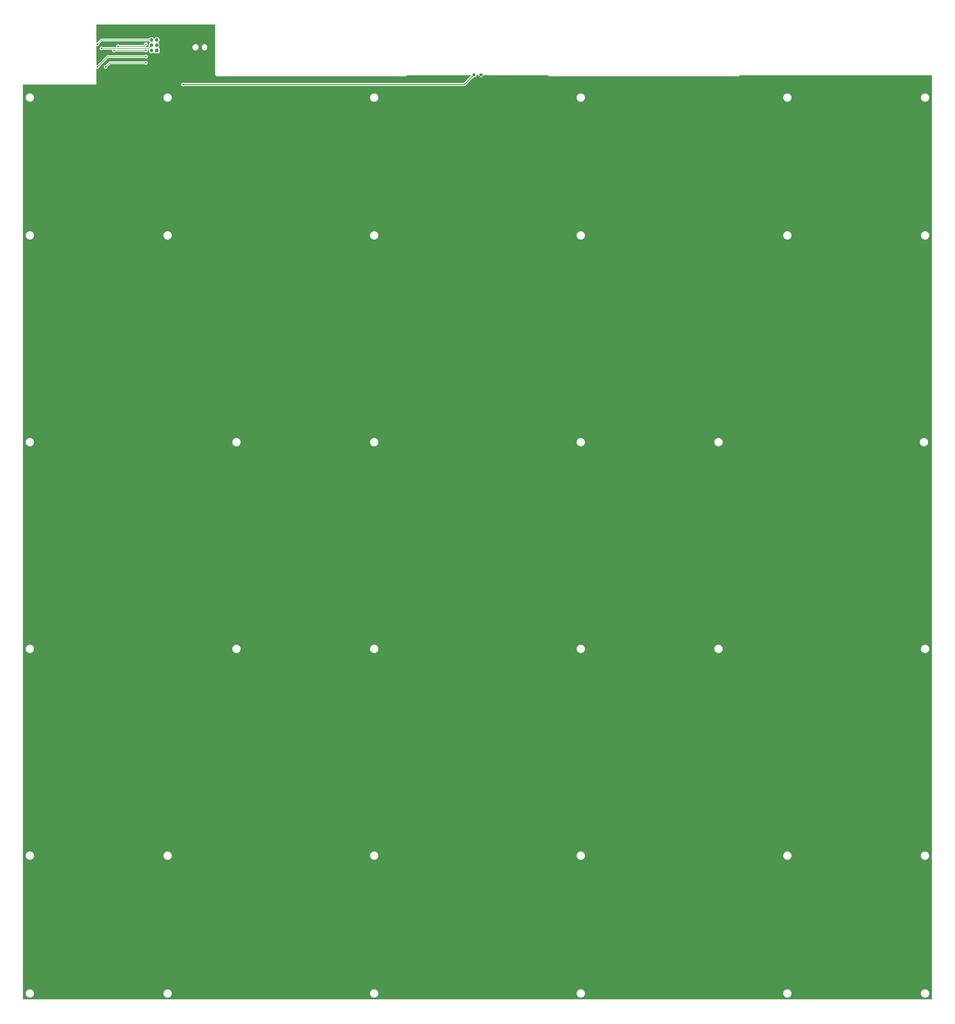
<source format=gbl>
%TF.GenerationSoftware,KiCad,Pcbnew,(6.0.0)*%
%TF.CreationDate,2023-08-02T11:37:25+02:00*%
%TF.ProjectId,backpannel_pcb_13x13_big,6261636b-7061-46e6-9e65-6c5f7063625f,rev?*%
%TF.SameCoordinates,Original*%
%TF.FileFunction,Copper,L2,Bot*%
%TF.FilePolarity,Positive*%
%FSLAX46Y46*%
G04 Gerber Fmt 4.6, Leading zero omitted, Abs format (unit mm)*
G04 Created by KiCad (PCBNEW (6.0.0)) date 2023-08-02 11:37:25*
%MOMM*%
%LPD*%
G01*
G04 APERTURE LIST*
%TA.AperFunction,ComponentPad*%
%ADD10R,1.700000X1.700000*%
%TD*%
%TA.AperFunction,ComponentPad*%
%ADD11O,1.700000X1.700000*%
%TD*%
%TA.AperFunction,ComponentPad*%
%ADD12C,1.500000*%
%TD*%
%TA.AperFunction,ViaPad*%
%ADD13C,0.800000*%
%TD*%
%TA.AperFunction,Conductor*%
%ADD14C,0.250000*%
%TD*%
%TA.AperFunction,Conductor*%
%ADD15C,0.400000*%
%TD*%
G04 APERTURE END LIST*
D10*
%TO.P,J1,1,Pin_1*%
%TO.N,+3V3*%
X394770000Y-323040000D03*
D11*
%TO.P,J1,2,Pin_2*%
%TO.N,/Flash*%
X392230000Y-323040000D03*
%TO.P,J1,3,Pin_3*%
%TO.N,GND*%
X394770000Y-320500000D03*
%TO.P,J1,4,Pin_4*%
%TO.N,Net-(J1-Pad4)*%
X392230000Y-320500000D03*
%TO.P,J1,5,Pin_5*%
%TO.N,/Reset*%
X394770000Y-317960000D03*
%TO.P,J1,6,Pin_6*%
%TO.N,Net-(J1-Pad6)*%
X392230000Y-317960000D03*
%TD*%
D12*
%TO.P,R2,1*%
%TO.N,Net-(R2-Pad1)*%
X548312200Y-334752600D03*
%TO.P,R2,2*%
%TO.N,GND*%
X551712200Y-334752600D03*
%TD*%
D13*
%TO.N,GND*%
X407500000Y-337500000D03*
X418000000Y-313500000D03*
X409558000Y-335799000D03*
X416318000Y-315935000D03*
X765600000Y-531600000D03*
X334300000Y-398300000D03*
X384500000Y-317000000D03*
X334400000Y-731500000D03*
X396500000Y-327000000D03*
X765600000Y-731600000D03*
X413962000Y-315925000D03*
X765500000Y-426600000D03*
X388000000Y-334000000D03*
X334400000Y-759900000D03*
X765500000Y-626600000D03*
X334300000Y-493300000D03*
X765500000Y-560000000D03*
X765600000Y-398400000D03*
X412000000Y-313500000D03*
X765500000Y-759900000D03*
X334400000Y-693300000D03*
X765600000Y-665000000D03*
X381500000Y-317000000D03*
X765500000Y-693300000D03*
X334400000Y-665000000D03*
X419718000Y-315935000D03*
X765600000Y-465000000D03*
X410152000Y-315925000D03*
X765600000Y-598300000D03*
X334200000Y-360000000D03*
X334300000Y-465000000D03*
X334300000Y-426600000D03*
X393500000Y-327000000D03*
X334400000Y-598300000D03*
X334400000Y-560000000D03*
X765500000Y-360000000D03*
X765500000Y-493300000D03*
X334400000Y-626700000D03*
X334400000Y-531600000D03*
%TO.N,Net-(R6-Pad1)*%
X370000000Y-331000000D03*
X389500000Y-329000000D03*
%TO.N,Net-(R8-Pad2)*%
X389500000Y-320000000D03*
X376000000Y-321000000D03*
%TO.N,Net-(R2-Pad1)*%
X407500000Y-339500000D03*
%TO.N,/Reset*%
X389500000Y-326000000D03*
X366000000Y-331000000D03*
%TO.N,/Flash*%
X374000000Y-323000000D03*
X389500000Y-323000000D03*
%TO.N,Net-(J1-Pad4)*%
X368000000Y-322000000D03*
%TO.N,Net-(J1-Pad6)*%
X366000000Y-320000000D03*
%TD*%
D14*
%TO.N,Net-(R6-Pad1)*%
X370000000Y-331000000D02*
X372000000Y-329000000D01*
X372000000Y-329000000D02*
X389500000Y-329000000D01*
%TO.N,Net-(R8-Pad2)*%
X376000000Y-321000000D02*
X388500000Y-321000000D01*
X388500000Y-321000000D02*
X389500000Y-320000000D01*
D15*
%TO.N,Net-(R2-Pad1)*%
X407500000Y-339500000D02*
X543564800Y-339500000D01*
X543564800Y-339500000D02*
X548312200Y-334752600D01*
D14*
%TO.N,/Reset*%
X366000000Y-331000000D02*
X371000000Y-326000000D01*
X371000000Y-326000000D02*
X389500000Y-326000000D01*
%TO.N,/Flash*%
X374000000Y-323000000D02*
X389500000Y-323000000D01*
%TO.N,Net-(J1-Pad4)*%
X368000000Y-322000000D02*
X390730000Y-322000000D01*
X390730000Y-322000000D02*
X392230000Y-320500000D01*
%TO.N,Net-(J1-Pad6)*%
X392230000Y-317960000D02*
X368040000Y-317960000D01*
X366000000Y-320000000D02*
X368040000Y-317960000D01*
%TD*%
%TA.AperFunction,Conductor*%
%TO.N,GND*%
G36*
X422942121Y-310520002D02*
G01*
X422988614Y-310573658D01*
X423000000Y-310626000D01*
X423000000Y-334470303D01*
X422999827Y-334476897D01*
X422996875Y-334533229D01*
X422996043Y-334549102D01*
X422996998Y-334555415D01*
X422996998Y-334555420D01*
X423007117Y-334622322D01*
X423007889Y-334628432D01*
X423015373Y-334702115D01*
X423017281Y-334708203D01*
X423019839Y-334716365D01*
X423024187Y-334735197D01*
X423026422Y-334749972D01*
X423046275Y-334803929D01*
X423051997Y-334819482D01*
X423053980Y-334825308D01*
X423076125Y-334895973D01*
X423079219Y-334901555D01*
X423079222Y-334901562D01*
X423083365Y-334909036D01*
X423091411Y-334926610D01*
X423094363Y-334934634D01*
X423094367Y-334934643D01*
X423096571Y-334940632D01*
X423134463Y-335001745D01*
X423135601Y-335003580D01*
X423138695Y-335008853D01*
X423174616Y-335073657D01*
X423178771Y-335078504D01*
X423184336Y-335084997D01*
X423195759Y-335100605D01*
X423203625Y-335113292D01*
X423208009Y-335117928D01*
X423254511Y-335167103D01*
X423258630Y-335171678D01*
X423306824Y-335227906D01*
X423318631Y-335237064D01*
X423332947Y-335250046D01*
X423343210Y-335260899D01*
X423348440Y-335264561D01*
X423348441Y-335264562D01*
X423403881Y-335303382D01*
X423408836Y-335307035D01*
X423419961Y-335315664D01*
X423467348Y-335352421D01*
X423473079Y-335355241D01*
X423480745Y-335359014D01*
X423497382Y-335368853D01*
X423504392Y-335373761D01*
X423504395Y-335373763D01*
X423509624Y-335377424D01*
X423515478Y-335379957D01*
X423515481Y-335379959D01*
X423577583Y-335406833D01*
X423583171Y-335409415D01*
X423627151Y-335431055D01*
X423649630Y-335442116D01*
X423659735Y-335444748D01*
X423664090Y-335445883D01*
X423682362Y-335452174D01*
X423696071Y-335458106D01*
X423702310Y-335459410D01*
X423702315Y-335459411D01*
X423768548Y-335473248D01*
X423774540Y-335474653D01*
X423805507Y-335482719D01*
X423846225Y-335493325D01*
X423852595Y-335493659D01*
X423852596Y-335493659D01*
X423861143Y-335494107D01*
X423880309Y-335496596D01*
X423894932Y-335499651D01*
X423899769Y-335499904D01*
X423899773Y-335499905D01*
X423899832Y-335499908D01*
X423901592Y-335500000D01*
X423970303Y-335500000D01*
X423976897Y-335500173D01*
X424042721Y-335503623D01*
X424042725Y-335503623D01*
X424049102Y-335503957D01*
X424060301Y-335502263D01*
X424065898Y-335501417D01*
X424084739Y-335500000D01*
X514970303Y-335500000D01*
X514976897Y-335500173D01*
X515042721Y-335503623D01*
X515042725Y-335503623D01*
X515049102Y-335503957D01*
X515055415Y-335503002D01*
X515055420Y-335503002D01*
X515122322Y-335492883D01*
X515128432Y-335492111D01*
X515195767Y-335485272D01*
X515195769Y-335485272D01*
X515202115Y-335484627D01*
X515216369Y-335480160D01*
X515235197Y-335475813D01*
X515249972Y-335473578D01*
X515319486Y-335448002D01*
X515325311Y-335446019D01*
X515350243Y-335438206D01*
X515395973Y-335423875D01*
X515401555Y-335420781D01*
X515401562Y-335420778D01*
X515409036Y-335416635D01*
X515426610Y-335408589D01*
X515434634Y-335405637D01*
X515434643Y-335405633D01*
X515440632Y-335403429D01*
X515503588Y-335364394D01*
X515508853Y-335361305D01*
X515573657Y-335325384D01*
X515584998Y-335315663D01*
X515600605Y-335304241D01*
X515607865Y-335299740D01*
X515607866Y-335299739D01*
X515613292Y-335296375D01*
X515617928Y-335291991D01*
X515667103Y-335245489D01*
X515671678Y-335241370D01*
X515693038Y-335223062D01*
X515727906Y-335193176D01*
X515737064Y-335181369D01*
X515750046Y-335167053D01*
X515756258Y-335161179D01*
X515756259Y-335161177D01*
X515760899Y-335156790D01*
X515764562Y-335151559D01*
X515803382Y-335096119D01*
X515807035Y-335091164D01*
X515839916Y-335048774D01*
X515897473Y-335007207D01*
X515939476Y-335000000D01*
X546758640Y-335000000D01*
X546826761Y-335020002D01*
X546873254Y-335073658D01*
X546883358Y-335143932D01*
X546853864Y-335208512D01*
X546847735Y-335215095D01*
X543308235Y-338754595D01*
X543245923Y-338788621D01*
X543219140Y-338791500D01*
X408111405Y-338791500D01*
X408043284Y-338771498D01*
X408037344Y-338767436D01*
X407962094Y-338712763D01*
X407962093Y-338712762D01*
X407956752Y-338708882D01*
X407950724Y-338706198D01*
X407950722Y-338706197D01*
X407788319Y-338633891D01*
X407788318Y-338633891D01*
X407782288Y-338631206D01*
X407688888Y-338611353D01*
X407601944Y-338592872D01*
X407601939Y-338592872D01*
X407595487Y-338591500D01*
X407404513Y-338591500D01*
X407398061Y-338592872D01*
X407398056Y-338592872D01*
X407311112Y-338611353D01*
X407217712Y-338631206D01*
X407211682Y-338633891D01*
X407211681Y-338633891D01*
X407049278Y-338706197D01*
X407049276Y-338706198D01*
X407043248Y-338708882D01*
X406888747Y-338821134D01*
X406760960Y-338963056D01*
X406665473Y-339128444D01*
X406606458Y-339310072D01*
X406586496Y-339500000D01*
X406606458Y-339689928D01*
X406665473Y-339871556D01*
X406760960Y-340036944D01*
X406765378Y-340041851D01*
X406765379Y-340041852D01*
X406868367Y-340156232D01*
X406888747Y-340178866D01*
X407043248Y-340291118D01*
X407049276Y-340293802D01*
X407049278Y-340293803D01*
X407211681Y-340366109D01*
X407217712Y-340368794D01*
X407311113Y-340388647D01*
X407398056Y-340407128D01*
X407398061Y-340407128D01*
X407404513Y-340408500D01*
X407595487Y-340408500D01*
X407601939Y-340407128D01*
X407601944Y-340407128D01*
X407688887Y-340388647D01*
X407782288Y-340368794D01*
X407788319Y-340366109D01*
X407950722Y-340293803D01*
X407950724Y-340293802D01*
X407956752Y-340291118D01*
X408037344Y-340232564D01*
X408104211Y-340208706D01*
X408111405Y-340208500D01*
X543535888Y-340208500D01*
X543544458Y-340208792D01*
X543594576Y-340212209D01*
X543594580Y-340212209D01*
X543602152Y-340212725D01*
X543609629Y-340211420D01*
X543609630Y-340211420D01*
X543636108Y-340206799D01*
X543665103Y-340201738D01*
X543671621Y-340200777D01*
X543735042Y-340193102D01*
X543742143Y-340190419D01*
X543744752Y-340189778D01*
X543761062Y-340185315D01*
X543763598Y-340184550D01*
X543771084Y-340183243D01*
X543829600Y-340157556D01*
X543835704Y-340155065D01*
X543888348Y-340135173D01*
X543888349Y-340135172D01*
X543895456Y-340132487D01*
X543901719Y-340128183D01*
X543904085Y-340126946D01*
X543918897Y-340118701D01*
X543921151Y-340117368D01*
X543928105Y-340114315D01*
X543978802Y-340075413D01*
X543984132Y-340071541D01*
X544030520Y-340039661D01*
X544030525Y-340039656D01*
X544036781Y-340035357D01*
X544078236Y-339988829D01*
X544083216Y-339983554D01*
X548030341Y-336036429D01*
X548092653Y-336002403D01*
X548130414Y-336000003D01*
X548312200Y-336015907D01*
X548531571Y-335996715D01*
X548744276Y-335939720D01*
X548943854Y-335846656D01*
X549006542Y-335802761D01*
X551026593Y-335802761D01*
X551035887Y-335814775D01*
X551076288Y-335843064D01*
X551085784Y-335848547D01*
X551275313Y-335936926D01*
X551285605Y-335940672D01*
X551487601Y-335994796D01*
X551498396Y-335996699D01*
X551706725Y-336014926D01*
X551717675Y-336014926D01*
X551926004Y-335996699D01*
X551936799Y-335994796D01*
X552138795Y-335940672D01*
X552149087Y-335936926D01*
X552338616Y-335848547D01*
X552348112Y-335843064D01*
X552389348Y-335814190D01*
X552397723Y-335803712D01*
X552390657Y-335790268D01*
X551725011Y-335124621D01*
X551711068Y-335117008D01*
X551709234Y-335117139D01*
X551702620Y-335121390D01*
X551033020Y-335790991D01*
X551026593Y-335802761D01*
X549006542Y-335802761D01*
X549124238Y-335720349D01*
X549279949Y-335564638D01*
X549322439Y-335503957D01*
X549403099Y-335388762D01*
X549403100Y-335388760D01*
X549406256Y-335384253D01*
X549408579Y-335379271D01*
X549408582Y-335379266D01*
X549468838Y-335250046D01*
X549499320Y-335184676D01*
X549523782Y-335093385D01*
X549560732Y-335032766D01*
X549624593Y-335001744D01*
X549645487Y-335000000D01*
X550379430Y-335000000D01*
X550447551Y-335020002D01*
X550494044Y-335073658D01*
X550501137Y-335093389D01*
X550524128Y-335179195D01*
X550527874Y-335189487D01*
X550616254Y-335379017D01*
X550621734Y-335388507D01*
X550650611Y-335429749D01*
X550661086Y-335438123D01*
X550674533Y-335431055D01*
X551105588Y-335000000D01*
X552318811Y-335000000D01*
X552750589Y-335431778D01*
X552762362Y-335438206D01*
X552774376Y-335428911D01*
X552802666Y-335388507D01*
X552808146Y-335379017D01*
X552896526Y-335189487D01*
X552900272Y-335179195D01*
X552923263Y-335093389D01*
X552960214Y-335032767D01*
X553024075Y-335001745D01*
X553044970Y-335000000D01*
X584059568Y-335000000D01*
X584127689Y-335020002D01*
X584167845Y-335062858D01*
X584167880Y-335062834D01*
X584168047Y-335063074D01*
X584169768Y-335064911D01*
X584174616Y-335073657D01*
X584178771Y-335078504D01*
X584184336Y-335084997D01*
X584195759Y-335100605D01*
X584203625Y-335113292D01*
X584208009Y-335117928D01*
X584254511Y-335167103D01*
X584258630Y-335171678D01*
X584306824Y-335227906D01*
X584318631Y-335237064D01*
X584332947Y-335250046D01*
X584343210Y-335260899D01*
X584348440Y-335264561D01*
X584348441Y-335264562D01*
X584403881Y-335303382D01*
X584408836Y-335307035D01*
X584419961Y-335315664D01*
X584467348Y-335352421D01*
X584473079Y-335355241D01*
X584480745Y-335359014D01*
X584497382Y-335368853D01*
X584504392Y-335373761D01*
X584504395Y-335373763D01*
X584509624Y-335377424D01*
X584515478Y-335379957D01*
X584515481Y-335379959D01*
X584577583Y-335406833D01*
X584583171Y-335409415D01*
X584627151Y-335431055D01*
X584649630Y-335442116D01*
X584659735Y-335444748D01*
X584664090Y-335445883D01*
X584682362Y-335452174D01*
X584696071Y-335458106D01*
X584702310Y-335459410D01*
X584702315Y-335459411D01*
X584768548Y-335473248D01*
X584774540Y-335474653D01*
X584805507Y-335482719D01*
X584846225Y-335493325D01*
X584852595Y-335493659D01*
X584852596Y-335493659D01*
X584861143Y-335494107D01*
X584880309Y-335496596D01*
X584894932Y-335499651D01*
X584899769Y-335499904D01*
X584899773Y-335499905D01*
X584899832Y-335499908D01*
X584901592Y-335500000D01*
X584970303Y-335500000D01*
X584976897Y-335500173D01*
X585042721Y-335503623D01*
X585042725Y-335503623D01*
X585049102Y-335503957D01*
X585060301Y-335502263D01*
X585065898Y-335501417D01*
X585084739Y-335500000D01*
X675970303Y-335500000D01*
X675976897Y-335500173D01*
X676042721Y-335503623D01*
X676042725Y-335503623D01*
X676049102Y-335503957D01*
X676055415Y-335503002D01*
X676055420Y-335503002D01*
X676122322Y-335492883D01*
X676128432Y-335492111D01*
X676195767Y-335485272D01*
X676195769Y-335485272D01*
X676202115Y-335484627D01*
X676216369Y-335480160D01*
X676235197Y-335475813D01*
X676249972Y-335473578D01*
X676319486Y-335448002D01*
X676325311Y-335446019D01*
X676350243Y-335438206D01*
X676395973Y-335423875D01*
X676401555Y-335420781D01*
X676401562Y-335420778D01*
X676409036Y-335416635D01*
X676426610Y-335408589D01*
X676434634Y-335405637D01*
X676434643Y-335405633D01*
X676440632Y-335403429D01*
X676503588Y-335364394D01*
X676508853Y-335361305D01*
X676573657Y-335325384D01*
X676584998Y-335315663D01*
X676600605Y-335304241D01*
X676607865Y-335299740D01*
X676607866Y-335299739D01*
X676613292Y-335296375D01*
X676617928Y-335291991D01*
X676667103Y-335245489D01*
X676671678Y-335241370D01*
X676693038Y-335223062D01*
X676727906Y-335193176D01*
X676737064Y-335181369D01*
X676750046Y-335167053D01*
X676756258Y-335161179D01*
X676756259Y-335161177D01*
X676760899Y-335156790D01*
X676764562Y-335151559D01*
X676803382Y-335096119D01*
X676807035Y-335091164D01*
X676839916Y-335048774D01*
X676897473Y-335007207D01*
X676939476Y-335000000D01*
X769874000Y-335000000D01*
X769942121Y-335020002D01*
X769988614Y-335073658D01*
X770000000Y-335126000D01*
X770000000Y-781874000D01*
X769979998Y-781942121D01*
X769926342Y-781988614D01*
X769874000Y-782000000D01*
X330126000Y-782000000D01*
X330057879Y-781979998D01*
X330011386Y-781926342D01*
X330000000Y-781874000D01*
X330000000Y-779076733D01*
X331320822Y-779076733D01*
X331330625Y-779357458D01*
X331331387Y-779361781D01*
X331331388Y-779361788D01*
X331355164Y-779496624D01*
X331379402Y-779634087D01*
X331466203Y-779901235D01*
X331589340Y-780153702D01*
X331591795Y-780157341D01*
X331591798Y-780157347D01*
X331664890Y-780265710D01*
X331746415Y-780386576D01*
X331934371Y-780595322D01*
X332149550Y-780775879D01*
X332387764Y-780924731D01*
X332644375Y-781038982D01*
X332914390Y-781116407D01*
X332918740Y-781117018D01*
X332918743Y-781117019D01*
X333021690Y-781131487D01*
X333192552Y-781155500D01*
X333403146Y-781155500D01*
X333405332Y-781155347D01*
X333405336Y-781155347D01*
X333608827Y-781141118D01*
X333608832Y-781141117D01*
X333613212Y-781140811D01*
X333887970Y-781082409D01*
X333892099Y-781080906D01*
X333892103Y-781080905D01*
X334147781Y-780987846D01*
X334147785Y-780987844D01*
X334151926Y-780986337D01*
X334399942Y-780854464D01*
X334504896Y-780778211D01*
X334623629Y-780691947D01*
X334623632Y-780691944D01*
X334627192Y-780689358D01*
X334829252Y-780494231D01*
X335002188Y-780272882D01*
X335004384Y-780269078D01*
X335004389Y-780269071D01*
X335140435Y-780033431D01*
X335142636Y-780029619D01*
X335247862Y-779769176D01*
X335281544Y-779634087D01*
X335314753Y-779500893D01*
X335314754Y-779500888D01*
X335315817Y-779496624D01*
X335345178Y-779217267D01*
X335340271Y-779076733D01*
X397987482Y-779076733D01*
X397997285Y-779357458D01*
X397998047Y-779361781D01*
X397998048Y-779361788D01*
X398021824Y-779496624D01*
X398046062Y-779634087D01*
X398132863Y-779901235D01*
X398256000Y-780153702D01*
X398258455Y-780157341D01*
X398258458Y-780157347D01*
X398331550Y-780265710D01*
X398413075Y-780386576D01*
X398601031Y-780595322D01*
X398816210Y-780775879D01*
X399054424Y-780924731D01*
X399311035Y-781038982D01*
X399581050Y-781116407D01*
X399585400Y-781117018D01*
X399585403Y-781117019D01*
X399688350Y-781131487D01*
X399859212Y-781155500D01*
X400069806Y-781155500D01*
X400071992Y-781155347D01*
X400071996Y-781155347D01*
X400275487Y-781141118D01*
X400275492Y-781141117D01*
X400279872Y-781140811D01*
X400554630Y-781082409D01*
X400558759Y-781080906D01*
X400558763Y-781080905D01*
X400814441Y-780987846D01*
X400814445Y-780987844D01*
X400818586Y-780986337D01*
X401066602Y-780854464D01*
X401171556Y-780778211D01*
X401290289Y-780691947D01*
X401290292Y-780691944D01*
X401293852Y-780689358D01*
X401495912Y-780494231D01*
X401668848Y-780272882D01*
X401671044Y-780269078D01*
X401671049Y-780269071D01*
X401807095Y-780033431D01*
X401809296Y-780029619D01*
X401914522Y-779769176D01*
X401948204Y-779634087D01*
X401981413Y-779500893D01*
X401981414Y-779500888D01*
X401982477Y-779496624D01*
X402011838Y-779217267D01*
X402006931Y-779076733D01*
X497987472Y-779076733D01*
X497997275Y-779357458D01*
X497998037Y-779361781D01*
X497998038Y-779361788D01*
X498021814Y-779496624D01*
X498046052Y-779634087D01*
X498132853Y-779901235D01*
X498255990Y-780153702D01*
X498258445Y-780157341D01*
X498258448Y-780157347D01*
X498331540Y-780265710D01*
X498413065Y-780386576D01*
X498601021Y-780595322D01*
X498816200Y-780775879D01*
X499054414Y-780924731D01*
X499311025Y-781038982D01*
X499581040Y-781116407D01*
X499585390Y-781117018D01*
X499585393Y-781117019D01*
X499688340Y-781131487D01*
X499859202Y-781155500D01*
X500069796Y-781155500D01*
X500071982Y-781155347D01*
X500071986Y-781155347D01*
X500275477Y-781141118D01*
X500275482Y-781141117D01*
X500279862Y-781140811D01*
X500554620Y-781082409D01*
X500558749Y-781080906D01*
X500558753Y-781080905D01*
X500814431Y-780987846D01*
X500814435Y-780987844D01*
X500818576Y-780986337D01*
X501066592Y-780854464D01*
X501171546Y-780778211D01*
X501290279Y-780691947D01*
X501290282Y-780691944D01*
X501293842Y-780689358D01*
X501495902Y-780494231D01*
X501668838Y-780272882D01*
X501671034Y-780269078D01*
X501671039Y-780269071D01*
X501807085Y-780033431D01*
X501809286Y-780029619D01*
X501914512Y-779769176D01*
X501948194Y-779634087D01*
X501981403Y-779500893D01*
X501981404Y-779500888D01*
X501982467Y-779496624D01*
X502011828Y-779217267D01*
X502006921Y-779076733D01*
X597987462Y-779076733D01*
X597997265Y-779357458D01*
X597998027Y-779361781D01*
X597998028Y-779361788D01*
X598021804Y-779496624D01*
X598046042Y-779634087D01*
X598132843Y-779901235D01*
X598255980Y-780153702D01*
X598258435Y-780157341D01*
X598258438Y-780157347D01*
X598331530Y-780265710D01*
X598413055Y-780386576D01*
X598601011Y-780595322D01*
X598816190Y-780775879D01*
X599054404Y-780924731D01*
X599311015Y-781038982D01*
X599581030Y-781116407D01*
X599585380Y-781117018D01*
X599585383Y-781117019D01*
X599688330Y-781131487D01*
X599859192Y-781155500D01*
X600069786Y-781155500D01*
X600071972Y-781155347D01*
X600071976Y-781155347D01*
X600275467Y-781141118D01*
X600275472Y-781141117D01*
X600279852Y-781140811D01*
X600554610Y-781082409D01*
X600558739Y-781080906D01*
X600558743Y-781080905D01*
X600814421Y-780987846D01*
X600814425Y-780987844D01*
X600818566Y-780986337D01*
X601066582Y-780854464D01*
X601171536Y-780778211D01*
X601290269Y-780691947D01*
X601290272Y-780691944D01*
X601293832Y-780689358D01*
X601495892Y-780494231D01*
X601668828Y-780272882D01*
X601671024Y-780269078D01*
X601671029Y-780269071D01*
X601807075Y-780033431D01*
X601809276Y-780029619D01*
X601914502Y-779769176D01*
X601948184Y-779634087D01*
X601981393Y-779500893D01*
X601981394Y-779500888D01*
X601982457Y-779496624D01*
X602011818Y-779217267D01*
X602006911Y-779076733D01*
X697987452Y-779076733D01*
X697997255Y-779357458D01*
X697998017Y-779361781D01*
X697998018Y-779361788D01*
X698021794Y-779496624D01*
X698046032Y-779634087D01*
X698132833Y-779901235D01*
X698255970Y-780153702D01*
X698258425Y-780157341D01*
X698258428Y-780157347D01*
X698331520Y-780265710D01*
X698413045Y-780386576D01*
X698601001Y-780595322D01*
X698816180Y-780775879D01*
X699054394Y-780924731D01*
X699311005Y-781038982D01*
X699581020Y-781116407D01*
X699585370Y-781117018D01*
X699585373Y-781117019D01*
X699688320Y-781131487D01*
X699859182Y-781155500D01*
X700069776Y-781155500D01*
X700071962Y-781155347D01*
X700071966Y-781155347D01*
X700275457Y-781141118D01*
X700275462Y-781141117D01*
X700279842Y-781140811D01*
X700554600Y-781082409D01*
X700558729Y-781080906D01*
X700558733Y-781080905D01*
X700814411Y-780987846D01*
X700814415Y-780987844D01*
X700818556Y-780986337D01*
X701066572Y-780854464D01*
X701171526Y-780778211D01*
X701290259Y-780691947D01*
X701290262Y-780691944D01*
X701293822Y-780689358D01*
X701495882Y-780494231D01*
X701668818Y-780272882D01*
X701671014Y-780269078D01*
X701671019Y-780269071D01*
X701807065Y-780033431D01*
X701809266Y-780029619D01*
X701914492Y-779769176D01*
X701948174Y-779634087D01*
X701981383Y-779500893D01*
X701981384Y-779500888D01*
X701982447Y-779496624D01*
X702011808Y-779217267D01*
X702006901Y-779076733D01*
X764654112Y-779076733D01*
X764663915Y-779357458D01*
X764664677Y-779361781D01*
X764664678Y-779361788D01*
X764688454Y-779496624D01*
X764712692Y-779634087D01*
X764799493Y-779901235D01*
X764922630Y-780153702D01*
X764925085Y-780157341D01*
X764925088Y-780157347D01*
X764998180Y-780265710D01*
X765079705Y-780386576D01*
X765267661Y-780595322D01*
X765482840Y-780775879D01*
X765721054Y-780924731D01*
X765977665Y-781038982D01*
X766247680Y-781116407D01*
X766252030Y-781117018D01*
X766252033Y-781117019D01*
X766354980Y-781131487D01*
X766525842Y-781155500D01*
X766736436Y-781155500D01*
X766738622Y-781155347D01*
X766738626Y-781155347D01*
X766942117Y-781141118D01*
X766942122Y-781141117D01*
X766946502Y-781140811D01*
X767221260Y-781082409D01*
X767225389Y-781080906D01*
X767225393Y-781080905D01*
X767481071Y-780987846D01*
X767481075Y-780987844D01*
X767485216Y-780986337D01*
X767733232Y-780854464D01*
X767838186Y-780778211D01*
X767956919Y-780691947D01*
X767956922Y-780691944D01*
X767960482Y-780689358D01*
X768162542Y-780494231D01*
X768335478Y-780272882D01*
X768337674Y-780269078D01*
X768337679Y-780269071D01*
X768473725Y-780033431D01*
X768475926Y-780029619D01*
X768581152Y-779769176D01*
X768614834Y-779634087D01*
X768648043Y-779500893D01*
X768648044Y-779500888D01*
X768649107Y-779496624D01*
X768678468Y-779217267D01*
X768668665Y-778936542D01*
X768644898Y-778801749D01*
X768620650Y-778664236D01*
X768619888Y-778659913D01*
X768533087Y-778392765D01*
X768409950Y-778140298D01*
X768407495Y-778136659D01*
X768407492Y-778136653D01*
X768327225Y-778017653D01*
X768252875Y-777907424D01*
X768064919Y-777698678D01*
X767849740Y-777518121D01*
X767611526Y-777369269D01*
X767354915Y-777255018D01*
X767084900Y-777177593D01*
X767080550Y-777176982D01*
X767080547Y-777176981D01*
X766977600Y-777162513D01*
X766806738Y-777138500D01*
X766596144Y-777138500D01*
X766593958Y-777138653D01*
X766593954Y-777138653D01*
X766390463Y-777152882D01*
X766390458Y-777152883D01*
X766386078Y-777153189D01*
X766111320Y-777211591D01*
X766107191Y-777213094D01*
X766107187Y-777213095D01*
X765851509Y-777306154D01*
X765851505Y-777306156D01*
X765847364Y-777307663D01*
X765599348Y-777439536D01*
X765595789Y-777442122D01*
X765595787Y-777442123D01*
X765491185Y-777518121D01*
X765372098Y-777604642D01*
X765170038Y-777799769D01*
X764997102Y-778021118D01*
X764994906Y-778024922D01*
X764994901Y-778024929D01*
X764881084Y-778222068D01*
X764856654Y-778264381D01*
X764751428Y-778524824D01*
X764750363Y-778529097D01*
X764750362Y-778529099D01*
X764716669Y-778664236D01*
X764683473Y-778797376D01*
X764654112Y-779076733D01*
X702006901Y-779076733D01*
X702002005Y-778936542D01*
X701978238Y-778801749D01*
X701953990Y-778664236D01*
X701953228Y-778659913D01*
X701866427Y-778392765D01*
X701743290Y-778140298D01*
X701740835Y-778136659D01*
X701740832Y-778136653D01*
X701660565Y-778017653D01*
X701586215Y-777907424D01*
X701398259Y-777698678D01*
X701183080Y-777518121D01*
X700944866Y-777369269D01*
X700688255Y-777255018D01*
X700418240Y-777177593D01*
X700413890Y-777176982D01*
X700413887Y-777176981D01*
X700310940Y-777162513D01*
X700140078Y-777138500D01*
X699929484Y-777138500D01*
X699927298Y-777138653D01*
X699927294Y-777138653D01*
X699723803Y-777152882D01*
X699723798Y-777152883D01*
X699719418Y-777153189D01*
X699444660Y-777211591D01*
X699440531Y-777213094D01*
X699440527Y-777213095D01*
X699184849Y-777306154D01*
X699184845Y-777306156D01*
X699180704Y-777307663D01*
X698932688Y-777439536D01*
X698929129Y-777442122D01*
X698929127Y-777442123D01*
X698824525Y-777518121D01*
X698705438Y-777604642D01*
X698503378Y-777799769D01*
X698330442Y-778021118D01*
X698328246Y-778024922D01*
X698328241Y-778024929D01*
X698214424Y-778222068D01*
X698189994Y-778264381D01*
X698084768Y-778524824D01*
X698083703Y-778529097D01*
X698083702Y-778529099D01*
X698050009Y-778664236D01*
X698016813Y-778797376D01*
X697987452Y-779076733D01*
X602006911Y-779076733D01*
X602002015Y-778936542D01*
X601978248Y-778801749D01*
X601954000Y-778664236D01*
X601953238Y-778659913D01*
X601866437Y-778392765D01*
X601743300Y-778140298D01*
X601740845Y-778136659D01*
X601740842Y-778136653D01*
X601660575Y-778017653D01*
X601586225Y-777907424D01*
X601398269Y-777698678D01*
X601183090Y-777518121D01*
X600944876Y-777369269D01*
X600688265Y-777255018D01*
X600418250Y-777177593D01*
X600413900Y-777176982D01*
X600413897Y-777176981D01*
X600310950Y-777162513D01*
X600140088Y-777138500D01*
X599929494Y-777138500D01*
X599927308Y-777138653D01*
X599927304Y-777138653D01*
X599723813Y-777152882D01*
X599723808Y-777152883D01*
X599719428Y-777153189D01*
X599444670Y-777211591D01*
X599440541Y-777213094D01*
X599440537Y-777213095D01*
X599184859Y-777306154D01*
X599184855Y-777306156D01*
X599180714Y-777307663D01*
X598932698Y-777439536D01*
X598929139Y-777442122D01*
X598929137Y-777442123D01*
X598824535Y-777518121D01*
X598705448Y-777604642D01*
X598503388Y-777799769D01*
X598330452Y-778021118D01*
X598328256Y-778024922D01*
X598328251Y-778024929D01*
X598214434Y-778222068D01*
X598190004Y-778264381D01*
X598084778Y-778524824D01*
X598083713Y-778529097D01*
X598083712Y-778529099D01*
X598050019Y-778664236D01*
X598016823Y-778797376D01*
X597987462Y-779076733D01*
X502006921Y-779076733D01*
X502002025Y-778936542D01*
X501978258Y-778801749D01*
X501954010Y-778664236D01*
X501953248Y-778659913D01*
X501866447Y-778392765D01*
X501743310Y-778140298D01*
X501740855Y-778136659D01*
X501740852Y-778136653D01*
X501660585Y-778017653D01*
X501586235Y-777907424D01*
X501398279Y-777698678D01*
X501183100Y-777518121D01*
X500944886Y-777369269D01*
X500688275Y-777255018D01*
X500418260Y-777177593D01*
X500413910Y-777176982D01*
X500413907Y-777176981D01*
X500310960Y-777162513D01*
X500140098Y-777138500D01*
X499929504Y-777138500D01*
X499927318Y-777138653D01*
X499927314Y-777138653D01*
X499723823Y-777152882D01*
X499723818Y-777152883D01*
X499719438Y-777153189D01*
X499444680Y-777211591D01*
X499440551Y-777213094D01*
X499440547Y-777213095D01*
X499184869Y-777306154D01*
X499184865Y-777306156D01*
X499180724Y-777307663D01*
X498932708Y-777439536D01*
X498929149Y-777442122D01*
X498929147Y-777442123D01*
X498824545Y-777518121D01*
X498705458Y-777604642D01*
X498503398Y-777799769D01*
X498330462Y-778021118D01*
X498328266Y-778024922D01*
X498328261Y-778024929D01*
X498214444Y-778222068D01*
X498190014Y-778264381D01*
X498084788Y-778524824D01*
X498083723Y-778529097D01*
X498083722Y-778529099D01*
X498050029Y-778664236D01*
X498016833Y-778797376D01*
X497987472Y-779076733D01*
X402006931Y-779076733D01*
X402002035Y-778936542D01*
X401978268Y-778801749D01*
X401954020Y-778664236D01*
X401953258Y-778659913D01*
X401866457Y-778392765D01*
X401743320Y-778140298D01*
X401740865Y-778136659D01*
X401740862Y-778136653D01*
X401660595Y-778017653D01*
X401586245Y-777907424D01*
X401398289Y-777698678D01*
X401183110Y-777518121D01*
X400944896Y-777369269D01*
X400688285Y-777255018D01*
X400418270Y-777177593D01*
X400413920Y-777176982D01*
X400413917Y-777176981D01*
X400310970Y-777162513D01*
X400140108Y-777138500D01*
X399929514Y-777138500D01*
X399927328Y-777138653D01*
X399927324Y-777138653D01*
X399723833Y-777152882D01*
X399723828Y-777152883D01*
X399719448Y-777153189D01*
X399444690Y-777211591D01*
X399440561Y-777213094D01*
X399440557Y-777213095D01*
X399184879Y-777306154D01*
X399184875Y-777306156D01*
X399180734Y-777307663D01*
X398932718Y-777439536D01*
X398929159Y-777442122D01*
X398929157Y-777442123D01*
X398824555Y-777518121D01*
X398705468Y-777604642D01*
X398503408Y-777799769D01*
X398330472Y-778021118D01*
X398328276Y-778024922D01*
X398328271Y-778024929D01*
X398214454Y-778222068D01*
X398190024Y-778264381D01*
X398084798Y-778524824D01*
X398083733Y-778529097D01*
X398083732Y-778529099D01*
X398050039Y-778664236D01*
X398016843Y-778797376D01*
X397987482Y-779076733D01*
X335340271Y-779076733D01*
X335335375Y-778936542D01*
X335311608Y-778801749D01*
X335287360Y-778664236D01*
X335286598Y-778659913D01*
X335199797Y-778392765D01*
X335076660Y-778140298D01*
X335074205Y-778136659D01*
X335074202Y-778136653D01*
X334993935Y-778017653D01*
X334919585Y-777907424D01*
X334731629Y-777698678D01*
X334516450Y-777518121D01*
X334278236Y-777369269D01*
X334021625Y-777255018D01*
X333751610Y-777177593D01*
X333747260Y-777176982D01*
X333747257Y-777176981D01*
X333644310Y-777162513D01*
X333473448Y-777138500D01*
X333262854Y-777138500D01*
X333260668Y-777138653D01*
X333260664Y-777138653D01*
X333057173Y-777152882D01*
X333057168Y-777152883D01*
X333052788Y-777153189D01*
X332778030Y-777211591D01*
X332773901Y-777213094D01*
X332773897Y-777213095D01*
X332518219Y-777306154D01*
X332518215Y-777306156D01*
X332514074Y-777307663D01*
X332266058Y-777439536D01*
X332262499Y-777442122D01*
X332262497Y-777442123D01*
X332157895Y-777518121D01*
X332038808Y-777604642D01*
X331836748Y-777799769D01*
X331663812Y-778021118D01*
X331661616Y-778024922D01*
X331661611Y-778024929D01*
X331547794Y-778222068D01*
X331523364Y-778264381D01*
X331418138Y-778524824D01*
X331417073Y-778529097D01*
X331417072Y-778529099D01*
X331383379Y-778664236D01*
X331350183Y-778797376D01*
X331320822Y-779076733D01*
X330000000Y-779076733D01*
X330000000Y-712410073D01*
X331320822Y-712410073D01*
X331320975Y-712414461D01*
X331320975Y-712414467D01*
X331326569Y-712574636D01*
X331330625Y-712690798D01*
X331331387Y-712695121D01*
X331331388Y-712695128D01*
X331355164Y-712829964D01*
X331379402Y-712967427D01*
X331466203Y-713234575D01*
X331468131Y-713238528D01*
X331468133Y-713238533D01*
X331477722Y-713258193D01*
X331589340Y-713487042D01*
X331591795Y-713490681D01*
X331591798Y-713490687D01*
X331605059Y-713510347D01*
X331746415Y-713719916D01*
X331749360Y-713723187D01*
X331749361Y-713723188D01*
X331764117Y-713739576D01*
X331934371Y-713928662D01*
X332149550Y-714109219D01*
X332387764Y-714258071D01*
X332644375Y-714372322D01*
X332914390Y-714449747D01*
X332918740Y-714450358D01*
X332918743Y-714450359D01*
X333021690Y-714464827D01*
X333192552Y-714488840D01*
X333403146Y-714488840D01*
X333405332Y-714488687D01*
X333405336Y-714488687D01*
X333608827Y-714474458D01*
X333608832Y-714474457D01*
X333613212Y-714474151D01*
X333887970Y-714415749D01*
X333892099Y-714414246D01*
X333892103Y-714414245D01*
X334147781Y-714321186D01*
X334147785Y-714321184D01*
X334151926Y-714319677D01*
X334399942Y-714187804D01*
X334504896Y-714111551D01*
X334623629Y-714025287D01*
X334623632Y-714025284D01*
X334627192Y-714022698D01*
X334829252Y-713827571D01*
X334986828Y-713625882D01*
X334999481Y-713609687D01*
X334999482Y-713609686D01*
X335002188Y-713606222D01*
X335004384Y-713602418D01*
X335004389Y-713602411D01*
X335140435Y-713366771D01*
X335142636Y-713362959D01*
X335247862Y-713102516D01*
X335281544Y-712967427D01*
X335314753Y-712834233D01*
X335314754Y-712834228D01*
X335315817Y-712829964D01*
X335327923Y-712714788D01*
X335344719Y-712554976D01*
X335344719Y-712554973D01*
X335345178Y-712550607D01*
X335345025Y-712546213D01*
X335340271Y-712410073D01*
X397987482Y-712410073D01*
X397987635Y-712414461D01*
X397987635Y-712414467D01*
X397993229Y-712574636D01*
X397997285Y-712690798D01*
X397998047Y-712695121D01*
X397998048Y-712695128D01*
X398021824Y-712829964D01*
X398046062Y-712967427D01*
X398132863Y-713234575D01*
X398134791Y-713238528D01*
X398134793Y-713238533D01*
X398144382Y-713258193D01*
X398256000Y-713487042D01*
X398258455Y-713490681D01*
X398258458Y-713490687D01*
X398271719Y-713510347D01*
X398413075Y-713719916D01*
X398416020Y-713723187D01*
X398416021Y-713723188D01*
X398430777Y-713739576D01*
X398601031Y-713928662D01*
X398816210Y-714109219D01*
X399054424Y-714258071D01*
X399311035Y-714372322D01*
X399581050Y-714449747D01*
X399585400Y-714450358D01*
X399585403Y-714450359D01*
X399688350Y-714464827D01*
X399859212Y-714488840D01*
X400069806Y-714488840D01*
X400071992Y-714488687D01*
X400071996Y-714488687D01*
X400275487Y-714474458D01*
X400275492Y-714474457D01*
X400279872Y-714474151D01*
X400554630Y-714415749D01*
X400558759Y-714414246D01*
X400558763Y-714414245D01*
X400814441Y-714321186D01*
X400814445Y-714321184D01*
X400818586Y-714319677D01*
X401066602Y-714187804D01*
X401171556Y-714111551D01*
X401290289Y-714025287D01*
X401290292Y-714025284D01*
X401293852Y-714022698D01*
X401495912Y-713827571D01*
X401653488Y-713625882D01*
X401666141Y-713609687D01*
X401666142Y-713609686D01*
X401668848Y-713606222D01*
X401671044Y-713602418D01*
X401671049Y-713602411D01*
X401807095Y-713366771D01*
X401809296Y-713362959D01*
X401914522Y-713102516D01*
X401948204Y-712967427D01*
X401981413Y-712834233D01*
X401981414Y-712834228D01*
X401982477Y-712829964D01*
X401994583Y-712714788D01*
X402011379Y-712554976D01*
X402011379Y-712554973D01*
X402011838Y-712550607D01*
X402011685Y-712546213D01*
X402006931Y-712410073D01*
X497987472Y-712410073D01*
X497987625Y-712414461D01*
X497987625Y-712414467D01*
X497993219Y-712574636D01*
X497997275Y-712690798D01*
X497998037Y-712695121D01*
X497998038Y-712695128D01*
X498021814Y-712829964D01*
X498046052Y-712967427D01*
X498132853Y-713234575D01*
X498134781Y-713238528D01*
X498134783Y-713238533D01*
X498144372Y-713258193D01*
X498255990Y-713487042D01*
X498258445Y-713490681D01*
X498258448Y-713490687D01*
X498271709Y-713510347D01*
X498413065Y-713719916D01*
X498416010Y-713723187D01*
X498416011Y-713723188D01*
X498430767Y-713739576D01*
X498601021Y-713928662D01*
X498816200Y-714109219D01*
X499054414Y-714258071D01*
X499311025Y-714372322D01*
X499581040Y-714449747D01*
X499585390Y-714450358D01*
X499585393Y-714450359D01*
X499688340Y-714464827D01*
X499859202Y-714488840D01*
X500069796Y-714488840D01*
X500071982Y-714488687D01*
X500071986Y-714488687D01*
X500275477Y-714474458D01*
X500275482Y-714474457D01*
X500279862Y-714474151D01*
X500554620Y-714415749D01*
X500558749Y-714414246D01*
X500558753Y-714414245D01*
X500814431Y-714321186D01*
X500814435Y-714321184D01*
X500818576Y-714319677D01*
X501066592Y-714187804D01*
X501171546Y-714111551D01*
X501290279Y-714025287D01*
X501290282Y-714025284D01*
X501293842Y-714022698D01*
X501495902Y-713827571D01*
X501653478Y-713625882D01*
X501666131Y-713609687D01*
X501666132Y-713609686D01*
X501668838Y-713606222D01*
X501671034Y-713602418D01*
X501671039Y-713602411D01*
X501807085Y-713366771D01*
X501809286Y-713362959D01*
X501914512Y-713102516D01*
X501948194Y-712967427D01*
X501981403Y-712834233D01*
X501981404Y-712834228D01*
X501982467Y-712829964D01*
X501994573Y-712714788D01*
X502011369Y-712554976D01*
X502011369Y-712554973D01*
X502011828Y-712550607D01*
X502011675Y-712546213D01*
X502006921Y-712410073D01*
X597987462Y-712410073D01*
X597987615Y-712414461D01*
X597987615Y-712414467D01*
X597993209Y-712574636D01*
X597997265Y-712690798D01*
X597998027Y-712695121D01*
X597998028Y-712695128D01*
X598021804Y-712829964D01*
X598046042Y-712967427D01*
X598132843Y-713234575D01*
X598134771Y-713238528D01*
X598134773Y-713238533D01*
X598144362Y-713258193D01*
X598255980Y-713487042D01*
X598258435Y-713490681D01*
X598258438Y-713490687D01*
X598271699Y-713510347D01*
X598413055Y-713719916D01*
X598416000Y-713723187D01*
X598416001Y-713723188D01*
X598430757Y-713739576D01*
X598601011Y-713928662D01*
X598816190Y-714109219D01*
X599054404Y-714258071D01*
X599311015Y-714372322D01*
X599581030Y-714449747D01*
X599585380Y-714450358D01*
X599585383Y-714450359D01*
X599688330Y-714464827D01*
X599859192Y-714488840D01*
X600069786Y-714488840D01*
X600071972Y-714488687D01*
X600071976Y-714488687D01*
X600275467Y-714474458D01*
X600275472Y-714474457D01*
X600279852Y-714474151D01*
X600554610Y-714415749D01*
X600558739Y-714414246D01*
X600558743Y-714414245D01*
X600814421Y-714321186D01*
X600814425Y-714321184D01*
X600818566Y-714319677D01*
X601066582Y-714187804D01*
X601171536Y-714111551D01*
X601290269Y-714025287D01*
X601290272Y-714025284D01*
X601293832Y-714022698D01*
X601495892Y-713827571D01*
X601653468Y-713625882D01*
X601666121Y-713609687D01*
X601666122Y-713609686D01*
X601668828Y-713606222D01*
X601671024Y-713602418D01*
X601671029Y-713602411D01*
X601807075Y-713366771D01*
X601809276Y-713362959D01*
X601914502Y-713102516D01*
X601948184Y-712967427D01*
X601981393Y-712834233D01*
X601981394Y-712834228D01*
X601982457Y-712829964D01*
X601994563Y-712714788D01*
X602011359Y-712554976D01*
X602011359Y-712554973D01*
X602011818Y-712550607D01*
X602011665Y-712546213D01*
X602006911Y-712410073D01*
X697987452Y-712410073D01*
X697987605Y-712414461D01*
X697987605Y-712414467D01*
X697993199Y-712574636D01*
X697997255Y-712690798D01*
X697998017Y-712695121D01*
X697998018Y-712695128D01*
X698021794Y-712829964D01*
X698046032Y-712967427D01*
X698132833Y-713234575D01*
X698134761Y-713238528D01*
X698134763Y-713238533D01*
X698144352Y-713258193D01*
X698255970Y-713487042D01*
X698258425Y-713490681D01*
X698258428Y-713490687D01*
X698271689Y-713510347D01*
X698413045Y-713719916D01*
X698415990Y-713723187D01*
X698415991Y-713723188D01*
X698430747Y-713739576D01*
X698601001Y-713928662D01*
X698816180Y-714109219D01*
X699054394Y-714258071D01*
X699311005Y-714372322D01*
X699581020Y-714449747D01*
X699585370Y-714450358D01*
X699585373Y-714450359D01*
X699688320Y-714464827D01*
X699859182Y-714488840D01*
X700069776Y-714488840D01*
X700071962Y-714488687D01*
X700071966Y-714488687D01*
X700275457Y-714474458D01*
X700275462Y-714474457D01*
X700279842Y-714474151D01*
X700554600Y-714415749D01*
X700558729Y-714414246D01*
X700558733Y-714414245D01*
X700814411Y-714321186D01*
X700814415Y-714321184D01*
X700818556Y-714319677D01*
X701066572Y-714187804D01*
X701171526Y-714111551D01*
X701290259Y-714025287D01*
X701290262Y-714025284D01*
X701293822Y-714022698D01*
X701495882Y-713827571D01*
X701653458Y-713625882D01*
X701666111Y-713609687D01*
X701666112Y-713609686D01*
X701668818Y-713606222D01*
X701671014Y-713602418D01*
X701671019Y-713602411D01*
X701807065Y-713366771D01*
X701809266Y-713362959D01*
X701914492Y-713102516D01*
X701948174Y-712967427D01*
X701981383Y-712834233D01*
X701981384Y-712834228D01*
X701982447Y-712829964D01*
X701994553Y-712714788D01*
X702011349Y-712554976D01*
X702011349Y-712554973D01*
X702011808Y-712550607D01*
X702011655Y-712546213D01*
X702007587Y-712429733D01*
X764587822Y-712429733D01*
X764587975Y-712434121D01*
X764587975Y-712434127D01*
X764597090Y-712695128D01*
X764597625Y-712710458D01*
X764598387Y-712714781D01*
X764598388Y-712714788D01*
X764622164Y-712849624D01*
X764646402Y-712987087D01*
X764733203Y-713254235D01*
X764735131Y-713258188D01*
X764735133Y-713258193D01*
X764788091Y-713366771D01*
X764856340Y-713506702D01*
X764858795Y-713510341D01*
X764858798Y-713510347D01*
X764920896Y-713602411D01*
X765013415Y-713739576D01*
X765201371Y-713948322D01*
X765416550Y-714128879D01*
X765654764Y-714277731D01*
X765911375Y-714391982D01*
X766181390Y-714469407D01*
X766185740Y-714470018D01*
X766185743Y-714470019D01*
X766288690Y-714484487D01*
X766459552Y-714508500D01*
X766670146Y-714508500D01*
X766672332Y-714508347D01*
X766672336Y-714508347D01*
X766875827Y-714494118D01*
X766875832Y-714494117D01*
X766880212Y-714493811D01*
X767154970Y-714435409D01*
X767159099Y-714433906D01*
X767159103Y-714433905D01*
X767414781Y-714340846D01*
X767414785Y-714340844D01*
X767418926Y-714339337D01*
X767666942Y-714207464D01*
X767771896Y-714131211D01*
X767890629Y-714044947D01*
X767890632Y-714044944D01*
X767894192Y-714042358D01*
X768096252Y-713847231D01*
X768269188Y-713625882D01*
X768271384Y-713622078D01*
X768271389Y-713622071D01*
X768407435Y-713386431D01*
X768409636Y-713382619D01*
X768514862Y-713122176D01*
X768548544Y-712987087D01*
X768581753Y-712853893D01*
X768581754Y-712853888D01*
X768582817Y-712849624D01*
X768584884Y-712829964D01*
X768611719Y-712574636D01*
X768611719Y-712574633D01*
X768612178Y-712570267D01*
X768611644Y-712554976D01*
X768602529Y-712293939D01*
X768602528Y-712293933D01*
X768602375Y-712289542D01*
X768598909Y-712269882D01*
X768554360Y-712017236D01*
X768553598Y-712012913D01*
X768466797Y-711745765D01*
X768459252Y-711730294D01*
X768394591Y-711597721D01*
X768343660Y-711493298D01*
X768341205Y-711489659D01*
X768341202Y-711489653D01*
X768252582Y-711358269D01*
X768186585Y-711260424D01*
X768172171Y-711244415D01*
X768001566Y-711054940D01*
X767998629Y-711051678D01*
X767783450Y-710871121D01*
X767545236Y-710722269D01*
X767288625Y-710608018D01*
X767018610Y-710530593D01*
X767014260Y-710529982D01*
X767014257Y-710529981D01*
X766878721Y-710510933D01*
X766740448Y-710491500D01*
X766529854Y-710491500D01*
X766527668Y-710491653D01*
X766527664Y-710491653D01*
X766324173Y-710505882D01*
X766324168Y-710505883D01*
X766319788Y-710506189D01*
X766045030Y-710564591D01*
X766040901Y-710566094D01*
X766040897Y-710566095D01*
X765785219Y-710659154D01*
X765785215Y-710659156D01*
X765781074Y-710660663D01*
X765533058Y-710792536D01*
X765529499Y-710795122D01*
X765529497Y-710795123D01*
X765328659Y-710941040D01*
X765305808Y-710957642D01*
X765103748Y-711152769D01*
X765019639Y-711260424D01*
X764943195Y-711358269D01*
X764930812Y-711374118D01*
X764928616Y-711377922D01*
X764928611Y-711377929D01*
X764814794Y-711575068D01*
X764790364Y-711617381D01*
X764685138Y-711877824D01*
X764684073Y-711882097D01*
X764684072Y-711882099D01*
X764622085Y-712130716D01*
X764617183Y-712150376D01*
X764616724Y-712154744D01*
X764616723Y-712154749D01*
X764603011Y-712285212D01*
X764587822Y-712429733D01*
X702007587Y-712429733D01*
X702002159Y-712274279D01*
X702002158Y-712274273D01*
X702002005Y-712269882D01*
X701978238Y-712135089D01*
X701957457Y-712017236D01*
X701953228Y-711993253D01*
X701866427Y-711726105D01*
X701815389Y-711621461D01*
X701754806Y-711497250D01*
X701743290Y-711473638D01*
X701740835Y-711469999D01*
X701740832Y-711469993D01*
X701601938Y-711264075D01*
X701586215Y-711240764D01*
X701398259Y-711032018D01*
X701183080Y-710851461D01*
X700944866Y-710702609D01*
X700688255Y-710588358D01*
X700418240Y-710510933D01*
X700413890Y-710510322D01*
X700413887Y-710510321D01*
X700281055Y-710491653D01*
X700140078Y-710471840D01*
X699929484Y-710471840D01*
X699927298Y-710471993D01*
X699927294Y-710471993D01*
X699723803Y-710486222D01*
X699723798Y-710486223D01*
X699719418Y-710486529D01*
X699444660Y-710544931D01*
X699440531Y-710546434D01*
X699440527Y-710546435D01*
X699184849Y-710639494D01*
X699184845Y-710639496D01*
X699180704Y-710641003D01*
X698932688Y-710772876D01*
X698929129Y-710775462D01*
X698929127Y-710775463D01*
X698797465Y-710871121D01*
X698705438Y-710937982D01*
X698503378Y-711133109D01*
X698330442Y-711354458D01*
X698328246Y-711358262D01*
X698328241Y-711358269D01*
X698248001Y-711497250D01*
X698189994Y-711597721D01*
X698084768Y-711858164D01*
X698083703Y-711862437D01*
X698083702Y-711862439D01*
X698046185Y-712012913D01*
X698016813Y-712130716D01*
X698016354Y-712135084D01*
X698016353Y-712135089D01*
X698014287Y-712154749D01*
X697987452Y-712410073D01*
X602006911Y-712410073D01*
X602002169Y-712274279D01*
X602002168Y-712274273D01*
X602002015Y-712269882D01*
X601978248Y-712135089D01*
X601957467Y-712017236D01*
X601953238Y-711993253D01*
X601866437Y-711726105D01*
X601815399Y-711621461D01*
X601754816Y-711497250D01*
X601743300Y-711473638D01*
X601740845Y-711469999D01*
X601740842Y-711469993D01*
X601601948Y-711264075D01*
X601586225Y-711240764D01*
X601398269Y-711032018D01*
X601183090Y-710851461D01*
X600944876Y-710702609D01*
X600688265Y-710588358D01*
X600418250Y-710510933D01*
X600413900Y-710510322D01*
X600413897Y-710510321D01*
X600281065Y-710491653D01*
X600140088Y-710471840D01*
X599929494Y-710471840D01*
X599927308Y-710471993D01*
X599927304Y-710471993D01*
X599723813Y-710486222D01*
X599723808Y-710486223D01*
X599719428Y-710486529D01*
X599444670Y-710544931D01*
X599440541Y-710546434D01*
X599440537Y-710546435D01*
X599184859Y-710639494D01*
X599184855Y-710639496D01*
X599180714Y-710641003D01*
X598932698Y-710772876D01*
X598929139Y-710775462D01*
X598929137Y-710775463D01*
X598797475Y-710871121D01*
X598705448Y-710937982D01*
X598503388Y-711133109D01*
X598330452Y-711354458D01*
X598328256Y-711358262D01*
X598328251Y-711358269D01*
X598248011Y-711497250D01*
X598190004Y-711597721D01*
X598084778Y-711858164D01*
X598083713Y-711862437D01*
X598083712Y-711862439D01*
X598046195Y-712012913D01*
X598016823Y-712130716D01*
X598016364Y-712135084D01*
X598016363Y-712135089D01*
X598014297Y-712154749D01*
X597987462Y-712410073D01*
X502006921Y-712410073D01*
X502002179Y-712274279D01*
X502002178Y-712274273D01*
X502002025Y-712269882D01*
X501978258Y-712135089D01*
X501957477Y-712017236D01*
X501953248Y-711993253D01*
X501866447Y-711726105D01*
X501815409Y-711621461D01*
X501754826Y-711497250D01*
X501743310Y-711473638D01*
X501740855Y-711469999D01*
X501740852Y-711469993D01*
X501601958Y-711264075D01*
X501586235Y-711240764D01*
X501398279Y-711032018D01*
X501183100Y-710851461D01*
X500944886Y-710702609D01*
X500688275Y-710588358D01*
X500418260Y-710510933D01*
X500413910Y-710510322D01*
X500413907Y-710510321D01*
X500281075Y-710491653D01*
X500140098Y-710471840D01*
X499929504Y-710471840D01*
X499927318Y-710471993D01*
X499927314Y-710471993D01*
X499723823Y-710486222D01*
X499723818Y-710486223D01*
X499719438Y-710486529D01*
X499444680Y-710544931D01*
X499440551Y-710546434D01*
X499440547Y-710546435D01*
X499184869Y-710639494D01*
X499184865Y-710639496D01*
X499180724Y-710641003D01*
X498932708Y-710772876D01*
X498929149Y-710775462D01*
X498929147Y-710775463D01*
X498797485Y-710871121D01*
X498705458Y-710937982D01*
X498503398Y-711133109D01*
X498330462Y-711354458D01*
X498328266Y-711358262D01*
X498328261Y-711358269D01*
X498248021Y-711497250D01*
X498190014Y-711597721D01*
X498084788Y-711858164D01*
X498083723Y-711862437D01*
X498083722Y-711862439D01*
X498046205Y-712012913D01*
X498016833Y-712130716D01*
X498016374Y-712135084D01*
X498016373Y-712135089D01*
X498014307Y-712154749D01*
X497987472Y-712410073D01*
X402006931Y-712410073D01*
X402002189Y-712274279D01*
X402002188Y-712274273D01*
X402002035Y-712269882D01*
X401978268Y-712135089D01*
X401957487Y-712017236D01*
X401953258Y-711993253D01*
X401866457Y-711726105D01*
X401815419Y-711621461D01*
X401754836Y-711497250D01*
X401743320Y-711473638D01*
X401740865Y-711469999D01*
X401740862Y-711469993D01*
X401601968Y-711264075D01*
X401586245Y-711240764D01*
X401398289Y-711032018D01*
X401183110Y-710851461D01*
X400944896Y-710702609D01*
X400688285Y-710588358D01*
X400418270Y-710510933D01*
X400413920Y-710510322D01*
X400413917Y-710510321D01*
X400281085Y-710491653D01*
X400140108Y-710471840D01*
X399929514Y-710471840D01*
X399927328Y-710471993D01*
X399927324Y-710471993D01*
X399723833Y-710486222D01*
X399723828Y-710486223D01*
X399719448Y-710486529D01*
X399444690Y-710544931D01*
X399440561Y-710546434D01*
X399440557Y-710546435D01*
X399184879Y-710639494D01*
X399184875Y-710639496D01*
X399180734Y-710641003D01*
X398932718Y-710772876D01*
X398929159Y-710775462D01*
X398929157Y-710775463D01*
X398797495Y-710871121D01*
X398705468Y-710937982D01*
X398503408Y-711133109D01*
X398330472Y-711354458D01*
X398328276Y-711358262D01*
X398328271Y-711358269D01*
X398248031Y-711497250D01*
X398190024Y-711597721D01*
X398084798Y-711858164D01*
X398083733Y-711862437D01*
X398083732Y-711862439D01*
X398046215Y-712012913D01*
X398016843Y-712130716D01*
X398016384Y-712135084D01*
X398016383Y-712135089D01*
X398014317Y-712154749D01*
X397987482Y-712410073D01*
X335340271Y-712410073D01*
X335335529Y-712274279D01*
X335335528Y-712274273D01*
X335335375Y-712269882D01*
X335311608Y-712135089D01*
X335290827Y-712017236D01*
X335286598Y-711993253D01*
X335199797Y-711726105D01*
X335148759Y-711621461D01*
X335088176Y-711497250D01*
X335076660Y-711473638D01*
X335074205Y-711469999D01*
X335074202Y-711469993D01*
X334935308Y-711264075D01*
X334919585Y-711240764D01*
X334731629Y-711032018D01*
X334516450Y-710851461D01*
X334278236Y-710702609D01*
X334021625Y-710588358D01*
X333751610Y-710510933D01*
X333747260Y-710510322D01*
X333747257Y-710510321D01*
X333614425Y-710491653D01*
X333473448Y-710471840D01*
X333262854Y-710471840D01*
X333260668Y-710471993D01*
X333260664Y-710471993D01*
X333057173Y-710486222D01*
X333057168Y-710486223D01*
X333052788Y-710486529D01*
X332778030Y-710544931D01*
X332773901Y-710546434D01*
X332773897Y-710546435D01*
X332518219Y-710639494D01*
X332518215Y-710639496D01*
X332514074Y-710641003D01*
X332266058Y-710772876D01*
X332262499Y-710775462D01*
X332262497Y-710775463D01*
X332130835Y-710871121D01*
X332038808Y-710937982D01*
X331836748Y-711133109D01*
X331663812Y-711354458D01*
X331661616Y-711358262D01*
X331661611Y-711358269D01*
X331581371Y-711497250D01*
X331523364Y-711597721D01*
X331418138Y-711858164D01*
X331417073Y-711862437D01*
X331417072Y-711862439D01*
X331379555Y-712012913D01*
X331350183Y-712130716D01*
X331349724Y-712135084D01*
X331349723Y-712135089D01*
X331347657Y-712154749D01*
X331320822Y-712410073D01*
X330000000Y-712410073D01*
X330000000Y-612410083D01*
X331320822Y-612410083D01*
X331330625Y-612690808D01*
X331331387Y-612695131D01*
X331331388Y-612695138D01*
X331355164Y-612829974D01*
X331379402Y-612967437D01*
X331466203Y-613234585D01*
X331589340Y-613487052D01*
X331591795Y-613490691D01*
X331591798Y-613490697D01*
X331664890Y-613599060D01*
X331746415Y-613719926D01*
X331934371Y-613928672D01*
X332149550Y-614109229D01*
X332387764Y-614258081D01*
X332644375Y-614372332D01*
X332914390Y-614449757D01*
X332918740Y-614450368D01*
X332918743Y-614450369D01*
X333021690Y-614464837D01*
X333192552Y-614488850D01*
X333403146Y-614488850D01*
X333405332Y-614488697D01*
X333405336Y-614488697D01*
X333608827Y-614474468D01*
X333608832Y-614474467D01*
X333613212Y-614474161D01*
X333887970Y-614415759D01*
X333892099Y-614414256D01*
X333892103Y-614414255D01*
X334147781Y-614321196D01*
X334147785Y-614321194D01*
X334151926Y-614319687D01*
X334399942Y-614187814D01*
X334504896Y-614111561D01*
X334623629Y-614025297D01*
X334623632Y-614025294D01*
X334627192Y-614022708D01*
X334829252Y-613827581D01*
X335002188Y-613606232D01*
X335004384Y-613602428D01*
X335004389Y-613602421D01*
X335140435Y-613366781D01*
X335142636Y-613362969D01*
X335247862Y-613102526D01*
X335281544Y-612967437D01*
X335314753Y-612834243D01*
X335314754Y-612834238D01*
X335315817Y-612829974D01*
X335345178Y-612550617D01*
X335340271Y-612410083D01*
X431320812Y-612410083D01*
X431330615Y-612690808D01*
X431331377Y-612695131D01*
X431331378Y-612695138D01*
X431355154Y-612829974D01*
X431379392Y-612967437D01*
X431466193Y-613234585D01*
X431589330Y-613487052D01*
X431591785Y-613490691D01*
X431591788Y-613490697D01*
X431664880Y-613599060D01*
X431746405Y-613719926D01*
X431934361Y-613928672D01*
X432149540Y-614109229D01*
X432387754Y-614258081D01*
X432644365Y-614372332D01*
X432914380Y-614449757D01*
X432918730Y-614450368D01*
X432918733Y-614450369D01*
X433021680Y-614464837D01*
X433192542Y-614488850D01*
X433403136Y-614488850D01*
X433405322Y-614488697D01*
X433405326Y-614488697D01*
X433608817Y-614474468D01*
X433608822Y-614474467D01*
X433613202Y-614474161D01*
X433887960Y-614415759D01*
X433892089Y-614414256D01*
X433892093Y-614414255D01*
X434147771Y-614321196D01*
X434147775Y-614321194D01*
X434151916Y-614319687D01*
X434399932Y-614187814D01*
X434504886Y-614111561D01*
X434623619Y-614025297D01*
X434623622Y-614025294D01*
X434627182Y-614022708D01*
X434829242Y-613827581D01*
X435002178Y-613606232D01*
X435004374Y-613602428D01*
X435004379Y-613602421D01*
X435140425Y-613366781D01*
X435142626Y-613362969D01*
X435247852Y-613102526D01*
X435281534Y-612967437D01*
X435314743Y-612834243D01*
X435314744Y-612834238D01*
X435315807Y-612829974D01*
X435345168Y-612550617D01*
X435340261Y-612410083D01*
X497987472Y-612410083D01*
X497997275Y-612690808D01*
X497998037Y-612695131D01*
X497998038Y-612695138D01*
X498021814Y-612829974D01*
X498046052Y-612967437D01*
X498132853Y-613234585D01*
X498255990Y-613487052D01*
X498258445Y-613490691D01*
X498258448Y-613490697D01*
X498331540Y-613599060D01*
X498413065Y-613719926D01*
X498601021Y-613928672D01*
X498816200Y-614109229D01*
X499054414Y-614258081D01*
X499311025Y-614372332D01*
X499581040Y-614449757D01*
X499585390Y-614450368D01*
X499585393Y-614450369D01*
X499688340Y-614464837D01*
X499859202Y-614488850D01*
X500069796Y-614488850D01*
X500071982Y-614488697D01*
X500071986Y-614488697D01*
X500275477Y-614474468D01*
X500275482Y-614474467D01*
X500279862Y-614474161D01*
X500554620Y-614415759D01*
X500558749Y-614414256D01*
X500558753Y-614414255D01*
X500814431Y-614321196D01*
X500814435Y-614321194D01*
X500818576Y-614319687D01*
X501066592Y-614187814D01*
X501171546Y-614111561D01*
X501290279Y-614025297D01*
X501290282Y-614025294D01*
X501293842Y-614022708D01*
X501495902Y-613827581D01*
X501668838Y-613606232D01*
X501671034Y-613602428D01*
X501671039Y-613602421D01*
X501807085Y-613366781D01*
X501809286Y-613362969D01*
X501914512Y-613102526D01*
X501948194Y-612967437D01*
X501981403Y-612834243D01*
X501981404Y-612834238D01*
X501982467Y-612829974D01*
X502011828Y-612550617D01*
X502006921Y-612410083D01*
X597987462Y-612410083D01*
X597997265Y-612690808D01*
X597998027Y-612695131D01*
X597998028Y-612695138D01*
X598021804Y-612829974D01*
X598046042Y-612967437D01*
X598132843Y-613234585D01*
X598255980Y-613487052D01*
X598258435Y-613490691D01*
X598258438Y-613490697D01*
X598331530Y-613599060D01*
X598413055Y-613719926D01*
X598601011Y-613928672D01*
X598816190Y-614109229D01*
X599054404Y-614258081D01*
X599311015Y-614372332D01*
X599581030Y-614449757D01*
X599585380Y-614450368D01*
X599585383Y-614450369D01*
X599688330Y-614464837D01*
X599859192Y-614488850D01*
X600069786Y-614488850D01*
X600071972Y-614488697D01*
X600071976Y-614488697D01*
X600275467Y-614474468D01*
X600275472Y-614474467D01*
X600279852Y-614474161D01*
X600554610Y-614415759D01*
X600558739Y-614414256D01*
X600558743Y-614414255D01*
X600814421Y-614321196D01*
X600814425Y-614321194D01*
X600818566Y-614319687D01*
X601066582Y-614187814D01*
X601171536Y-614111561D01*
X601290269Y-614025297D01*
X601290272Y-614025294D01*
X601293832Y-614022708D01*
X601495892Y-613827581D01*
X601668828Y-613606232D01*
X601671024Y-613602428D01*
X601671029Y-613602421D01*
X601807075Y-613366781D01*
X601809276Y-613362969D01*
X601914502Y-613102526D01*
X601948184Y-612967437D01*
X601981393Y-612834243D01*
X601981394Y-612834238D01*
X601982457Y-612829974D01*
X602011818Y-612550617D01*
X602006911Y-612410083D01*
X664654122Y-612410083D01*
X664663925Y-612690808D01*
X664664687Y-612695131D01*
X664664688Y-612695138D01*
X664688464Y-612829974D01*
X664712702Y-612967437D01*
X664799503Y-613234585D01*
X664922640Y-613487052D01*
X664925095Y-613490691D01*
X664925098Y-613490697D01*
X664998190Y-613599060D01*
X665079715Y-613719926D01*
X665267671Y-613928672D01*
X665482850Y-614109229D01*
X665721064Y-614258081D01*
X665977675Y-614372332D01*
X666247690Y-614449757D01*
X666252040Y-614450368D01*
X666252043Y-614450369D01*
X666354990Y-614464837D01*
X666525852Y-614488850D01*
X666736446Y-614488850D01*
X666738632Y-614488697D01*
X666738636Y-614488697D01*
X666942127Y-614474468D01*
X666942132Y-614474467D01*
X666946512Y-614474161D01*
X667221270Y-614415759D01*
X667225399Y-614414256D01*
X667225403Y-614414255D01*
X667481081Y-614321196D01*
X667481085Y-614321194D01*
X667485226Y-614319687D01*
X667733242Y-614187814D01*
X667838196Y-614111561D01*
X667956929Y-614025297D01*
X667956932Y-614025294D01*
X667960492Y-614022708D01*
X668162552Y-613827581D01*
X668335488Y-613606232D01*
X668337684Y-613602428D01*
X668337689Y-613602421D01*
X668473735Y-613366781D01*
X668475936Y-613362969D01*
X668581162Y-613102526D01*
X668614844Y-612967437D01*
X668648053Y-612834243D01*
X668648054Y-612834238D01*
X668649117Y-612829974D01*
X668678478Y-612550617D01*
X668673571Y-612410083D01*
X764654112Y-612410083D01*
X764663915Y-612690808D01*
X764664677Y-612695131D01*
X764664678Y-612695138D01*
X764688454Y-612829974D01*
X764712692Y-612967437D01*
X764799493Y-613234585D01*
X764922630Y-613487052D01*
X764925085Y-613490691D01*
X764925088Y-613490697D01*
X764998180Y-613599060D01*
X765079705Y-613719926D01*
X765267661Y-613928672D01*
X765482840Y-614109229D01*
X765721054Y-614258081D01*
X765977665Y-614372332D01*
X766247680Y-614449757D01*
X766252030Y-614450368D01*
X766252033Y-614450369D01*
X766354980Y-614464837D01*
X766525842Y-614488850D01*
X766736436Y-614488850D01*
X766738622Y-614488697D01*
X766738626Y-614488697D01*
X766942117Y-614474468D01*
X766942122Y-614474467D01*
X766946502Y-614474161D01*
X767221260Y-614415759D01*
X767225389Y-614414256D01*
X767225393Y-614414255D01*
X767481071Y-614321196D01*
X767481075Y-614321194D01*
X767485216Y-614319687D01*
X767733232Y-614187814D01*
X767838186Y-614111561D01*
X767956919Y-614025297D01*
X767956922Y-614025294D01*
X767960482Y-614022708D01*
X768162542Y-613827581D01*
X768335478Y-613606232D01*
X768337674Y-613602428D01*
X768337679Y-613602421D01*
X768473725Y-613366781D01*
X768475926Y-613362969D01*
X768581152Y-613102526D01*
X768614834Y-612967437D01*
X768648043Y-612834243D01*
X768648044Y-612834238D01*
X768649107Y-612829974D01*
X768678468Y-612550617D01*
X768668665Y-612269892D01*
X768644898Y-612135099D01*
X768620650Y-611997586D01*
X768619888Y-611993263D01*
X768533087Y-611726115D01*
X768409950Y-611473648D01*
X768407495Y-611470009D01*
X768407492Y-611470003D01*
X768327225Y-611351003D01*
X768252875Y-611240774D01*
X768064919Y-611032028D01*
X767849740Y-610851471D01*
X767611526Y-610702619D01*
X767354915Y-610588368D01*
X767084900Y-610510943D01*
X767080550Y-610510332D01*
X767080547Y-610510331D01*
X766977600Y-610495863D01*
X766806738Y-610471850D01*
X766596144Y-610471850D01*
X766593958Y-610472003D01*
X766593954Y-610472003D01*
X766390463Y-610486232D01*
X766390458Y-610486233D01*
X766386078Y-610486539D01*
X766111320Y-610544941D01*
X766107191Y-610546444D01*
X766107187Y-610546445D01*
X765851509Y-610639504D01*
X765851505Y-610639506D01*
X765847364Y-610641013D01*
X765599348Y-610772886D01*
X765595789Y-610775472D01*
X765595787Y-610775473D01*
X765491185Y-610851471D01*
X765372098Y-610937992D01*
X765170038Y-611133119D01*
X764997102Y-611354468D01*
X764994906Y-611358272D01*
X764994901Y-611358279D01*
X764881084Y-611555418D01*
X764856654Y-611597731D01*
X764751428Y-611858174D01*
X764750363Y-611862447D01*
X764750362Y-611862449D01*
X764716669Y-611997586D01*
X764683473Y-612130726D01*
X764654112Y-612410083D01*
X668673571Y-612410083D01*
X668668675Y-612269892D01*
X668644908Y-612135099D01*
X668620660Y-611997586D01*
X668619898Y-611993263D01*
X668533097Y-611726115D01*
X668409960Y-611473648D01*
X668407505Y-611470009D01*
X668407502Y-611470003D01*
X668327235Y-611351003D01*
X668252885Y-611240774D01*
X668064929Y-611032028D01*
X667849750Y-610851471D01*
X667611536Y-610702619D01*
X667354925Y-610588368D01*
X667084910Y-610510943D01*
X667080560Y-610510332D01*
X667080557Y-610510331D01*
X666977610Y-610495863D01*
X666806748Y-610471850D01*
X666596154Y-610471850D01*
X666593968Y-610472003D01*
X666593964Y-610472003D01*
X666390473Y-610486232D01*
X666390468Y-610486233D01*
X666386088Y-610486539D01*
X666111330Y-610544941D01*
X666107201Y-610546444D01*
X666107197Y-610546445D01*
X665851519Y-610639504D01*
X665851515Y-610639506D01*
X665847374Y-610641013D01*
X665599358Y-610772886D01*
X665595799Y-610775472D01*
X665595797Y-610775473D01*
X665491195Y-610851471D01*
X665372108Y-610937992D01*
X665170048Y-611133119D01*
X664997112Y-611354468D01*
X664994916Y-611358272D01*
X664994911Y-611358279D01*
X664881094Y-611555418D01*
X664856664Y-611597731D01*
X664751438Y-611858174D01*
X664750373Y-611862447D01*
X664750372Y-611862449D01*
X664716679Y-611997586D01*
X664683483Y-612130726D01*
X664654122Y-612410083D01*
X602006911Y-612410083D01*
X602002015Y-612269892D01*
X601978248Y-612135099D01*
X601954000Y-611997586D01*
X601953238Y-611993263D01*
X601866437Y-611726115D01*
X601743300Y-611473648D01*
X601740845Y-611470009D01*
X601740842Y-611470003D01*
X601660575Y-611351003D01*
X601586225Y-611240774D01*
X601398269Y-611032028D01*
X601183090Y-610851471D01*
X600944876Y-610702619D01*
X600688265Y-610588368D01*
X600418250Y-610510943D01*
X600413900Y-610510332D01*
X600413897Y-610510331D01*
X600310950Y-610495863D01*
X600140088Y-610471850D01*
X599929494Y-610471850D01*
X599927308Y-610472003D01*
X599927304Y-610472003D01*
X599723813Y-610486232D01*
X599723808Y-610486233D01*
X599719428Y-610486539D01*
X599444670Y-610544941D01*
X599440541Y-610546444D01*
X599440537Y-610546445D01*
X599184859Y-610639504D01*
X599184855Y-610639506D01*
X599180714Y-610641013D01*
X598932698Y-610772886D01*
X598929139Y-610775472D01*
X598929137Y-610775473D01*
X598824535Y-610851471D01*
X598705448Y-610937992D01*
X598503388Y-611133119D01*
X598330452Y-611354468D01*
X598328256Y-611358272D01*
X598328251Y-611358279D01*
X598214434Y-611555418D01*
X598190004Y-611597731D01*
X598084778Y-611858174D01*
X598083713Y-611862447D01*
X598083712Y-611862449D01*
X598050019Y-611997586D01*
X598016823Y-612130726D01*
X597987462Y-612410083D01*
X502006921Y-612410083D01*
X502002025Y-612269892D01*
X501978258Y-612135099D01*
X501954010Y-611997586D01*
X501953248Y-611993263D01*
X501866447Y-611726115D01*
X501743310Y-611473648D01*
X501740855Y-611470009D01*
X501740852Y-611470003D01*
X501660585Y-611351003D01*
X501586235Y-611240774D01*
X501398279Y-611032028D01*
X501183100Y-610851471D01*
X500944886Y-610702619D01*
X500688275Y-610588368D01*
X500418260Y-610510943D01*
X500413910Y-610510332D01*
X500413907Y-610510331D01*
X500310960Y-610495863D01*
X500140098Y-610471850D01*
X499929504Y-610471850D01*
X499927318Y-610472003D01*
X499927314Y-610472003D01*
X499723823Y-610486232D01*
X499723818Y-610486233D01*
X499719438Y-610486539D01*
X499444680Y-610544941D01*
X499440551Y-610546444D01*
X499440547Y-610546445D01*
X499184869Y-610639504D01*
X499184865Y-610639506D01*
X499180724Y-610641013D01*
X498932708Y-610772886D01*
X498929149Y-610775472D01*
X498929147Y-610775473D01*
X498824545Y-610851471D01*
X498705458Y-610937992D01*
X498503398Y-611133119D01*
X498330462Y-611354468D01*
X498328266Y-611358272D01*
X498328261Y-611358279D01*
X498214444Y-611555418D01*
X498190014Y-611597731D01*
X498084788Y-611858174D01*
X498083723Y-611862447D01*
X498083722Y-611862449D01*
X498050029Y-611997586D01*
X498016833Y-612130726D01*
X497987472Y-612410083D01*
X435340261Y-612410083D01*
X435335365Y-612269892D01*
X435311598Y-612135099D01*
X435287350Y-611997586D01*
X435286588Y-611993263D01*
X435199787Y-611726115D01*
X435076650Y-611473648D01*
X435074195Y-611470009D01*
X435074192Y-611470003D01*
X434993925Y-611351003D01*
X434919575Y-611240774D01*
X434731619Y-611032028D01*
X434516440Y-610851471D01*
X434278226Y-610702619D01*
X434021615Y-610588368D01*
X433751600Y-610510943D01*
X433747250Y-610510332D01*
X433747247Y-610510331D01*
X433644300Y-610495863D01*
X433473438Y-610471850D01*
X433262844Y-610471850D01*
X433260658Y-610472003D01*
X433260654Y-610472003D01*
X433057163Y-610486232D01*
X433057158Y-610486233D01*
X433052778Y-610486539D01*
X432778020Y-610544941D01*
X432773891Y-610546444D01*
X432773887Y-610546445D01*
X432518209Y-610639504D01*
X432518205Y-610639506D01*
X432514064Y-610641013D01*
X432266048Y-610772886D01*
X432262489Y-610775472D01*
X432262487Y-610775473D01*
X432157885Y-610851471D01*
X432038798Y-610937992D01*
X431836738Y-611133119D01*
X431663802Y-611354468D01*
X431661606Y-611358272D01*
X431661601Y-611358279D01*
X431547784Y-611555418D01*
X431523354Y-611597731D01*
X431418128Y-611858174D01*
X431417063Y-611862447D01*
X431417062Y-611862449D01*
X431383369Y-611997586D01*
X431350173Y-612130726D01*
X431320812Y-612410083D01*
X335340271Y-612410083D01*
X335335375Y-612269892D01*
X335311608Y-612135099D01*
X335287360Y-611997586D01*
X335286598Y-611993263D01*
X335199797Y-611726115D01*
X335076660Y-611473648D01*
X335074205Y-611470009D01*
X335074202Y-611470003D01*
X334993935Y-611351003D01*
X334919585Y-611240774D01*
X334731629Y-611032028D01*
X334516450Y-610851471D01*
X334278236Y-610702619D01*
X334021625Y-610588368D01*
X333751610Y-610510943D01*
X333747260Y-610510332D01*
X333747257Y-610510331D01*
X333644310Y-610495863D01*
X333473448Y-610471850D01*
X333262854Y-610471850D01*
X333260668Y-610472003D01*
X333260664Y-610472003D01*
X333057173Y-610486232D01*
X333057168Y-610486233D01*
X333052788Y-610486539D01*
X332778030Y-610544941D01*
X332773901Y-610546444D01*
X332773897Y-610546445D01*
X332518219Y-610639504D01*
X332518215Y-610639506D01*
X332514074Y-610641013D01*
X332266058Y-610772886D01*
X332262499Y-610775472D01*
X332262497Y-610775473D01*
X332157895Y-610851471D01*
X332038808Y-610937992D01*
X331836748Y-611133119D01*
X331663812Y-611354468D01*
X331661616Y-611358272D01*
X331661611Y-611358279D01*
X331547794Y-611555418D01*
X331523364Y-611597731D01*
X331418138Y-611858174D01*
X331417073Y-611862447D01*
X331417072Y-611862449D01*
X331383379Y-611997586D01*
X331350183Y-612130726D01*
X331320822Y-612410083D01*
X330000000Y-612410083D01*
X330000000Y-512410093D01*
X331320822Y-512410093D01*
X331330625Y-512690818D01*
X331331387Y-512695141D01*
X331331388Y-512695148D01*
X331355164Y-512829984D01*
X331379402Y-512967447D01*
X331466203Y-513234595D01*
X331589340Y-513487062D01*
X331591795Y-513490701D01*
X331591798Y-513490707D01*
X331664890Y-513599070D01*
X331746415Y-513719936D01*
X331934371Y-513928682D01*
X332149550Y-514109239D01*
X332387764Y-514258091D01*
X332644375Y-514372342D01*
X332914390Y-514449767D01*
X332918740Y-514450378D01*
X332918743Y-514450379D01*
X333021690Y-514464847D01*
X333192552Y-514488860D01*
X333403146Y-514488860D01*
X333405332Y-514488707D01*
X333405336Y-514488707D01*
X333608827Y-514474478D01*
X333608832Y-514474477D01*
X333613212Y-514474171D01*
X333887970Y-514415769D01*
X333892099Y-514414266D01*
X333892103Y-514414265D01*
X334147781Y-514321206D01*
X334147785Y-514321204D01*
X334151926Y-514319697D01*
X334399942Y-514187824D01*
X334504896Y-514111571D01*
X334623629Y-514025307D01*
X334623632Y-514025304D01*
X334627192Y-514022718D01*
X334829252Y-513827591D01*
X335002188Y-513606242D01*
X335004384Y-513602438D01*
X335004389Y-513602431D01*
X335140435Y-513366791D01*
X335142636Y-513362979D01*
X335247862Y-513102536D01*
X335281544Y-512967447D01*
X335314753Y-512834253D01*
X335314754Y-512834248D01*
X335315817Y-512829984D01*
X335345178Y-512550627D01*
X335340271Y-512410093D01*
X431320812Y-512410093D01*
X431330615Y-512690818D01*
X431331377Y-512695141D01*
X431331378Y-512695148D01*
X431355154Y-512829984D01*
X431379392Y-512967447D01*
X431466193Y-513234595D01*
X431589330Y-513487062D01*
X431591785Y-513490701D01*
X431591788Y-513490707D01*
X431664880Y-513599070D01*
X431746405Y-513719936D01*
X431934361Y-513928682D01*
X432149540Y-514109239D01*
X432387754Y-514258091D01*
X432644365Y-514372342D01*
X432914380Y-514449767D01*
X432918730Y-514450378D01*
X432918733Y-514450379D01*
X433021680Y-514464847D01*
X433192542Y-514488860D01*
X433403136Y-514488860D01*
X433405322Y-514488707D01*
X433405326Y-514488707D01*
X433608817Y-514474478D01*
X433608822Y-514474477D01*
X433613202Y-514474171D01*
X433887960Y-514415769D01*
X433892089Y-514414266D01*
X433892093Y-514414265D01*
X434147771Y-514321206D01*
X434147775Y-514321204D01*
X434151916Y-514319697D01*
X434399932Y-514187824D01*
X434504886Y-514111571D01*
X434623619Y-514025307D01*
X434623622Y-514025304D01*
X434627182Y-514022718D01*
X434829242Y-513827591D01*
X435002178Y-513606242D01*
X435004374Y-513602438D01*
X435004379Y-513602431D01*
X435140425Y-513366791D01*
X435142626Y-513362979D01*
X435247852Y-513102536D01*
X435281534Y-512967447D01*
X435314743Y-512834253D01*
X435314744Y-512834248D01*
X435315807Y-512829984D01*
X435345168Y-512550627D01*
X435340261Y-512410093D01*
X497987472Y-512410093D01*
X497997275Y-512690818D01*
X497998037Y-512695141D01*
X497998038Y-512695148D01*
X498021814Y-512829984D01*
X498046052Y-512967447D01*
X498132853Y-513234595D01*
X498255990Y-513487062D01*
X498258445Y-513490701D01*
X498258448Y-513490707D01*
X498331540Y-513599070D01*
X498413065Y-513719936D01*
X498601021Y-513928682D01*
X498816200Y-514109239D01*
X499054414Y-514258091D01*
X499311025Y-514372342D01*
X499581040Y-514449767D01*
X499585390Y-514450378D01*
X499585393Y-514450379D01*
X499688340Y-514464847D01*
X499859202Y-514488860D01*
X500069796Y-514488860D01*
X500071982Y-514488707D01*
X500071986Y-514488707D01*
X500275477Y-514474478D01*
X500275482Y-514474477D01*
X500279862Y-514474171D01*
X500554620Y-514415769D01*
X500558749Y-514414266D01*
X500558753Y-514414265D01*
X500814431Y-514321206D01*
X500814435Y-514321204D01*
X500818576Y-514319697D01*
X501066592Y-514187824D01*
X501171546Y-514111571D01*
X501290279Y-514025307D01*
X501290282Y-514025304D01*
X501293842Y-514022718D01*
X501495902Y-513827591D01*
X501668838Y-513606242D01*
X501671034Y-513602438D01*
X501671039Y-513602431D01*
X501807085Y-513366791D01*
X501809286Y-513362979D01*
X501914512Y-513102536D01*
X501948194Y-512967447D01*
X501981403Y-512834253D01*
X501981404Y-512834248D01*
X501982467Y-512829984D01*
X502011828Y-512550627D01*
X502006921Y-512410093D01*
X597987462Y-512410093D01*
X597997265Y-512690818D01*
X597998027Y-512695141D01*
X597998028Y-512695148D01*
X598021804Y-512829984D01*
X598046042Y-512967447D01*
X598132843Y-513234595D01*
X598255980Y-513487062D01*
X598258435Y-513490701D01*
X598258438Y-513490707D01*
X598331530Y-513599070D01*
X598413055Y-513719936D01*
X598601011Y-513928682D01*
X598816190Y-514109239D01*
X599054404Y-514258091D01*
X599311015Y-514372342D01*
X599581030Y-514449767D01*
X599585380Y-514450378D01*
X599585383Y-514450379D01*
X599688330Y-514464847D01*
X599859192Y-514488860D01*
X600069786Y-514488860D01*
X600071972Y-514488707D01*
X600071976Y-514488707D01*
X600275467Y-514474478D01*
X600275472Y-514474477D01*
X600279852Y-514474171D01*
X600554610Y-514415769D01*
X600558739Y-514414266D01*
X600558743Y-514414265D01*
X600814421Y-514321206D01*
X600814425Y-514321204D01*
X600818566Y-514319697D01*
X601066582Y-514187824D01*
X601171536Y-514111571D01*
X601290269Y-514025307D01*
X601290272Y-514025304D01*
X601293832Y-514022718D01*
X601495892Y-513827591D01*
X601668828Y-513606242D01*
X601671024Y-513602438D01*
X601671029Y-513602431D01*
X601807075Y-513366791D01*
X601809276Y-513362979D01*
X601914502Y-513102536D01*
X601948184Y-512967447D01*
X601981393Y-512834253D01*
X601981394Y-512834248D01*
X601982457Y-512829984D01*
X602011818Y-512550627D01*
X602006911Y-512410093D01*
X664654122Y-512410093D01*
X664663925Y-512690818D01*
X664664687Y-512695141D01*
X664664688Y-512695148D01*
X664688464Y-512829984D01*
X664712702Y-512967447D01*
X664799503Y-513234595D01*
X664922640Y-513487062D01*
X664925095Y-513490701D01*
X664925098Y-513490707D01*
X664998190Y-513599070D01*
X665079715Y-513719936D01*
X665267671Y-513928682D01*
X665482850Y-514109239D01*
X665721064Y-514258091D01*
X665977675Y-514372342D01*
X666247690Y-514449767D01*
X666252040Y-514450378D01*
X666252043Y-514450379D01*
X666354990Y-514464847D01*
X666525852Y-514488860D01*
X666736446Y-514488860D01*
X666738632Y-514488707D01*
X666738636Y-514488707D01*
X666942127Y-514474478D01*
X666942132Y-514474477D01*
X666946512Y-514474171D01*
X667221270Y-514415769D01*
X667225399Y-514414266D01*
X667225403Y-514414265D01*
X667481081Y-514321206D01*
X667481085Y-514321204D01*
X667485226Y-514319697D01*
X667733242Y-514187824D01*
X667838196Y-514111571D01*
X667956929Y-514025307D01*
X667956932Y-514025304D01*
X667960492Y-514022718D01*
X668162552Y-513827591D01*
X668335488Y-513606242D01*
X668337684Y-513602438D01*
X668337689Y-513602431D01*
X668473735Y-513366791D01*
X668475936Y-513362979D01*
X668581162Y-513102536D01*
X668614844Y-512967447D01*
X668648053Y-512834253D01*
X668648054Y-512834248D01*
X668649117Y-512829984D01*
X668678478Y-512550627D01*
X668673571Y-512410093D01*
X764087822Y-512410093D01*
X764097625Y-512690818D01*
X764098387Y-512695141D01*
X764098388Y-512695148D01*
X764122164Y-512829984D01*
X764146402Y-512967447D01*
X764233203Y-513234595D01*
X764356340Y-513487062D01*
X764358795Y-513490701D01*
X764358798Y-513490707D01*
X764431890Y-513599070D01*
X764513415Y-513719936D01*
X764701371Y-513928682D01*
X764916550Y-514109239D01*
X765154764Y-514258091D01*
X765411375Y-514372342D01*
X765681390Y-514449767D01*
X765685740Y-514450378D01*
X765685743Y-514450379D01*
X765788690Y-514464847D01*
X765959552Y-514488860D01*
X766170146Y-514488860D01*
X766172332Y-514488707D01*
X766172336Y-514488707D01*
X766375827Y-514474478D01*
X766375832Y-514474477D01*
X766380212Y-514474171D01*
X766654970Y-514415769D01*
X766659099Y-514414266D01*
X766659103Y-514414265D01*
X766914781Y-514321206D01*
X766914785Y-514321204D01*
X766918926Y-514319697D01*
X767166942Y-514187824D01*
X767271896Y-514111571D01*
X767390629Y-514025307D01*
X767390632Y-514025304D01*
X767394192Y-514022718D01*
X767596252Y-513827591D01*
X767769188Y-513606242D01*
X767771384Y-513602438D01*
X767771389Y-513602431D01*
X767907435Y-513366791D01*
X767909636Y-513362979D01*
X768014862Y-513102536D01*
X768048544Y-512967447D01*
X768081753Y-512834253D01*
X768081754Y-512834248D01*
X768082817Y-512829984D01*
X768112178Y-512550627D01*
X768102375Y-512269902D01*
X768078608Y-512135109D01*
X768054360Y-511997596D01*
X768053598Y-511993273D01*
X767966797Y-511726125D01*
X767843660Y-511473658D01*
X767841205Y-511470019D01*
X767841202Y-511470013D01*
X767760935Y-511351013D01*
X767686585Y-511240784D01*
X767498629Y-511032038D01*
X767283450Y-510851481D01*
X767045236Y-510702629D01*
X766788625Y-510588378D01*
X766518610Y-510510953D01*
X766514260Y-510510342D01*
X766514257Y-510510341D01*
X766411310Y-510495873D01*
X766240448Y-510471860D01*
X766029854Y-510471860D01*
X766027668Y-510472013D01*
X766027664Y-510472013D01*
X765824173Y-510486242D01*
X765824168Y-510486243D01*
X765819788Y-510486549D01*
X765545030Y-510544951D01*
X765540901Y-510546454D01*
X765540897Y-510546455D01*
X765285219Y-510639514D01*
X765285215Y-510639516D01*
X765281074Y-510641023D01*
X765033058Y-510772896D01*
X765029499Y-510775482D01*
X765029497Y-510775483D01*
X764924895Y-510851481D01*
X764805808Y-510938002D01*
X764603748Y-511133129D01*
X764430812Y-511354478D01*
X764428616Y-511358282D01*
X764428611Y-511358289D01*
X764314794Y-511555428D01*
X764290364Y-511597741D01*
X764185138Y-511858184D01*
X764184073Y-511862457D01*
X764184072Y-511862459D01*
X764150379Y-511997596D01*
X764117183Y-512130736D01*
X764087822Y-512410093D01*
X668673571Y-512410093D01*
X668668675Y-512269902D01*
X668644908Y-512135109D01*
X668620660Y-511997596D01*
X668619898Y-511993273D01*
X668533097Y-511726125D01*
X668409960Y-511473658D01*
X668407505Y-511470019D01*
X668407502Y-511470013D01*
X668327235Y-511351013D01*
X668252885Y-511240784D01*
X668064929Y-511032038D01*
X667849750Y-510851481D01*
X667611536Y-510702629D01*
X667354925Y-510588378D01*
X667084910Y-510510953D01*
X667080560Y-510510342D01*
X667080557Y-510510341D01*
X666977610Y-510495873D01*
X666806748Y-510471860D01*
X666596154Y-510471860D01*
X666593968Y-510472013D01*
X666593964Y-510472013D01*
X666390473Y-510486242D01*
X666390468Y-510486243D01*
X666386088Y-510486549D01*
X666111330Y-510544951D01*
X666107201Y-510546454D01*
X666107197Y-510546455D01*
X665851519Y-510639514D01*
X665851515Y-510639516D01*
X665847374Y-510641023D01*
X665599358Y-510772896D01*
X665595799Y-510775482D01*
X665595797Y-510775483D01*
X665491195Y-510851481D01*
X665372108Y-510938002D01*
X665170048Y-511133129D01*
X664997112Y-511354478D01*
X664994916Y-511358282D01*
X664994911Y-511358289D01*
X664881094Y-511555428D01*
X664856664Y-511597741D01*
X664751438Y-511858184D01*
X664750373Y-511862457D01*
X664750372Y-511862459D01*
X664716679Y-511997596D01*
X664683483Y-512130736D01*
X664654122Y-512410093D01*
X602006911Y-512410093D01*
X602002015Y-512269902D01*
X601978248Y-512135109D01*
X601954000Y-511997596D01*
X601953238Y-511993273D01*
X601866437Y-511726125D01*
X601743300Y-511473658D01*
X601740845Y-511470019D01*
X601740842Y-511470013D01*
X601660575Y-511351013D01*
X601586225Y-511240784D01*
X601398269Y-511032038D01*
X601183090Y-510851481D01*
X600944876Y-510702629D01*
X600688265Y-510588378D01*
X600418250Y-510510953D01*
X600413900Y-510510342D01*
X600413897Y-510510341D01*
X600310950Y-510495873D01*
X600140088Y-510471860D01*
X599929494Y-510471860D01*
X599927308Y-510472013D01*
X599927304Y-510472013D01*
X599723813Y-510486242D01*
X599723808Y-510486243D01*
X599719428Y-510486549D01*
X599444670Y-510544951D01*
X599440541Y-510546454D01*
X599440537Y-510546455D01*
X599184859Y-510639514D01*
X599184855Y-510639516D01*
X599180714Y-510641023D01*
X598932698Y-510772896D01*
X598929139Y-510775482D01*
X598929137Y-510775483D01*
X598824535Y-510851481D01*
X598705448Y-510938002D01*
X598503388Y-511133129D01*
X598330452Y-511354478D01*
X598328256Y-511358282D01*
X598328251Y-511358289D01*
X598214434Y-511555428D01*
X598190004Y-511597741D01*
X598084778Y-511858184D01*
X598083713Y-511862457D01*
X598083712Y-511862459D01*
X598050019Y-511997596D01*
X598016823Y-512130736D01*
X597987462Y-512410093D01*
X502006921Y-512410093D01*
X502002025Y-512269902D01*
X501978258Y-512135109D01*
X501954010Y-511997596D01*
X501953248Y-511993273D01*
X501866447Y-511726125D01*
X501743310Y-511473658D01*
X501740855Y-511470019D01*
X501740852Y-511470013D01*
X501660585Y-511351013D01*
X501586235Y-511240784D01*
X501398279Y-511032038D01*
X501183100Y-510851481D01*
X500944886Y-510702629D01*
X500688275Y-510588378D01*
X500418260Y-510510953D01*
X500413910Y-510510342D01*
X500413907Y-510510341D01*
X500310960Y-510495873D01*
X500140098Y-510471860D01*
X499929504Y-510471860D01*
X499927318Y-510472013D01*
X499927314Y-510472013D01*
X499723823Y-510486242D01*
X499723818Y-510486243D01*
X499719438Y-510486549D01*
X499444680Y-510544951D01*
X499440551Y-510546454D01*
X499440547Y-510546455D01*
X499184869Y-510639514D01*
X499184865Y-510639516D01*
X499180724Y-510641023D01*
X498932708Y-510772896D01*
X498929149Y-510775482D01*
X498929147Y-510775483D01*
X498824545Y-510851481D01*
X498705458Y-510938002D01*
X498503398Y-511133129D01*
X498330462Y-511354478D01*
X498328266Y-511358282D01*
X498328261Y-511358289D01*
X498214444Y-511555428D01*
X498190014Y-511597741D01*
X498084788Y-511858184D01*
X498083723Y-511862457D01*
X498083722Y-511862459D01*
X498050029Y-511997596D01*
X498016833Y-512130736D01*
X497987472Y-512410093D01*
X435340261Y-512410093D01*
X435335365Y-512269902D01*
X435311598Y-512135109D01*
X435287350Y-511997596D01*
X435286588Y-511993273D01*
X435199787Y-511726125D01*
X435076650Y-511473658D01*
X435074195Y-511470019D01*
X435074192Y-511470013D01*
X434993925Y-511351013D01*
X434919575Y-511240784D01*
X434731619Y-511032038D01*
X434516440Y-510851481D01*
X434278226Y-510702629D01*
X434021615Y-510588378D01*
X433751600Y-510510953D01*
X433747250Y-510510342D01*
X433747247Y-510510341D01*
X433644300Y-510495873D01*
X433473438Y-510471860D01*
X433262844Y-510471860D01*
X433260658Y-510472013D01*
X433260654Y-510472013D01*
X433057163Y-510486242D01*
X433057158Y-510486243D01*
X433052778Y-510486549D01*
X432778020Y-510544951D01*
X432773891Y-510546454D01*
X432773887Y-510546455D01*
X432518209Y-510639514D01*
X432518205Y-510639516D01*
X432514064Y-510641023D01*
X432266048Y-510772896D01*
X432262489Y-510775482D01*
X432262487Y-510775483D01*
X432157885Y-510851481D01*
X432038798Y-510938002D01*
X431836738Y-511133129D01*
X431663802Y-511354478D01*
X431661606Y-511358282D01*
X431661601Y-511358289D01*
X431547784Y-511555428D01*
X431523354Y-511597741D01*
X431418128Y-511858184D01*
X431417063Y-511862457D01*
X431417062Y-511862459D01*
X431383369Y-511997596D01*
X431350173Y-512130736D01*
X431320812Y-512410093D01*
X335340271Y-512410093D01*
X335335375Y-512269902D01*
X335311608Y-512135109D01*
X335287360Y-511997596D01*
X335286598Y-511993273D01*
X335199797Y-511726125D01*
X335076660Y-511473658D01*
X335074205Y-511470019D01*
X335074202Y-511470013D01*
X334993935Y-511351013D01*
X334919585Y-511240784D01*
X334731629Y-511032038D01*
X334516450Y-510851481D01*
X334278236Y-510702629D01*
X334021625Y-510588378D01*
X333751610Y-510510953D01*
X333747260Y-510510342D01*
X333747257Y-510510341D01*
X333644310Y-510495873D01*
X333473448Y-510471860D01*
X333262854Y-510471860D01*
X333260668Y-510472013D01*
X333260664Y-510472013D01*
X333057173Y-510486242D01*
X333057168Y-510486243D01*
X333052788Y-510486549D01*
X332778030Y-510544951D01*
X332773901Y-510546454D01*
X332773897Y-510546455D01*
X332518219Y-510639514D01*
X332518215Y-510639516D01*
X332514074Y-510641023D01*
X332266058Y-510772896D01*
X332262499Y-510775482D01*
X332262497Y-510775483D01*
X332157895Y-510851481D01*
X332038808Y-510938002D01*
X331836748Y-511133129D01*
X331663812Y-511354478D01*
X331661616Y-511358282D01*
X331661611Y-511358289D01*
X331547794Y-511555428D01*
X331523364Y-511597741D01*
X331418138Y-511858184D01*
X331417073Y-511862457D01*
X331417072Y-511862459D01*
X331383379Y-511997596D01*
X331350183Y-512130736D01*
X331320822Y-512410093D01*
X330000000Y-512410093D01*
X330000000Y-412410103D01*
X331320822Y-412410103D01*
X331330625Y-412690828D01*
X331331387Y-412695151D01*
X331331388Y-412695158D01*
X331355164Y-412829994D01*
X331379402Y-412967457D01*
X331466203Y-413234605D01*
X331589340Y-413487072D01*
X331591795Y-413490711D01*
X331591798Y-413490717D01*
X331664890Y-413599080D01*
X331746415Y-413719946D01*
X331934371Y-413928692D01*
X332149550Y-414109249D01*
X332387764Y-414258101D01*
X332644375Y-414372352D01*
X332914390Y-414449777D01*
X332918740Y-414450388D01*
X332918743Y-414450389D01*
X333021690Y-414464857D01*
X333192552Y-414488870D01*
X333403146Y-414488870D01*
X333405332Y-414488717D01*
X333405336Y-414488717D01*
X333608827Y-414474488D01*
X333608832Y-414474487D01*
X333613212Y-414474181D01*
X333887970Y-414415779D01*
X333892099Y-414414276D01*
X333892103Y-414414275D01*
X334147781Y-414321216D01*
X334147785Y-414321214D01*
X334151926Y-414319707D01*
X334399942Y-414187834D01*
X334504896Y-414111581D01*
X334623629Y-414025317D01*
X334623632Y-414025314D01*
X334627192Y-414022728D01*
X334829252Y-413827601D01*
X335002188Y-413606252D01*
X335004384Y-413602448D01*
X335004389Y-413602441D01*
X335140435Y-413366801D01*
X335142636Y-413362989D01*
X335247862Y-413102546D01*
X335281544Y-412967457D01*
X335314753Y-412834263D01*
X335314754Y-412834258D01*
X335315817Y-412829994D01*
X335345178Y-412550637D01*
X335340271Y-412410103D01*
X397987482Y-412410103D01*
X397997285Y-412690828D01*
X397998047Y-412695151D01*
X397998048Y-412695158D01*
X398021824Y-412829994D01*
X398046062Y-412967457D01*
X398132863Y-413234605D01*
X398256000Y-413487072D01*
X398258455Y-413490711D01*
X398258458Y-413490717D01*
X398331550Y-413599080D01*
X398413075Y-413719946D01*
X398601031Y-413928692D01*
X398816210Y-414109249D01*
X399054424Y-414258101D01*
X399311035Y-414372352D01*
X399581050Y-414449777D01*
X399585400Y-414450388D01*
X399585403Y-414450389D01*
X399688350Y-414464857D01*
X399859212Y-414488870D01*
X400069806Y-414488870D01*
X400071992Y-414488717D01*
X400071996Y-414488717D01*
X400275487Y-414474488D01*
X400275492Y-414474487D01*
X400279872Y-414474181D01*
X400554630Y-414415779D01*
X400558759Y-414414276D01*
X400558763Y-414414275D01*
X400814441Y-414321216D01*
X400814445Y-414321214D01*
X400818586Y-414319707D01*
X401066602Y-414187834D01*
X401171556Y-414111581D01*
X401290289Y-414025317D01*
X401290292Y-414025314D01*
X401293852Y-414022728D01*
X401495912Y-413827601D01*
X401668848Y-413606252D01*
X401671044Y-413602448D01*
X401671049Y-413602441D01*
X401807095Y-413366801D01*
X401809296Y-413362989D01*
X401914522Y-413102546D01*
X401948204Y-412967457D01*
X401981413Y-412834263D01*
X401981414Y-412834258D01*
X401982477Y-412829994D01*
X402011838Y-412550637D01*
X402006931Y-412410103D01*
X497987472Y-412410103D01*
X497997275Y-412690828D01*
X497998037Y-412695151D01*
X497998038Y-412695158D01*
X498021814Y-412829994D01*
X498046052Y-412967457D01*
X498132853Y-413234605D01*
X498255990Y-413487072D01*
X498258445Y-413490711D01*
X498258448Y-413490717D01*
X498331540Y-413599080D01*
X498413065Y-413719946D01*
X498601021Y-413928692D01*
X498816200Y-414109249D01*
X499054414Y-414258101D01*
X499311025Y-414372352D01*
X499581040Y-414449777D01*
X499585390Y-414450388D01*
X499585393Y-414450389D01*
X499688340Y-414464857D01*
X499859202Y-414488870D01*
X500069796Y-414488870D01*
X500071982Y-414488717D01*
X500071986Y-414488717D01*
X500275477Y-414474488D01*
X500275482Y-414474487D01*
X500279862Y-414474181D01*
X500554620Y-414415779D01*
X500558749Y-414414276D01*
X500558753Y-414414275D01*
X500814431Y-414321216D01*
X500814435Y-414321214D01*
X500818576Y-414319707D01*
X501066592Y-414187834D01*
X501171546Y-414111581D01*
X501290279Y-414025317D01*
X501290282Y-414025314D01*
X501293842Y-414022728D01*
X501495902Y-413827601D01*
X501668838Y-413606252D01*
X501671034Y-413602448D01*
X501671039Y-413602441D01*
X501807085Y-413366801D01*
X501809286Y-413362989D01*
X501914512Y-413102546D01*
X501948194Y-412967457D01*
X501981403Y-412834263D01*
X501981404Y-412834258D01*
X501982467Y-412829994D01*
X502011828Y-412550637D01*
X502006921Y-412410103D01*
X597987462Y-412410103D01*
X597997265Y-412690828D01*
X597998027Y-412695151D01*
X597998028Y-412695158D01*
X598021804Y-412829994D01*
X598046042Y-412967457D01*
X598132843Y-413234605D01*
X598255980Y-413487072D01*
X598258435Y-413490711D01*
X598258438Y-413490717D01*
X598331530Y-413599080D01*
X598413055Y-413719946D01*
X598601011Y-413928692D01*
X598816190Y-414109249D01*
X599054404Y-414258101D01*
X599311015Y-414372352D01*
X599581030Y-414449777D01*
X599585380Y-414450388D01*
X599585383Y-414450389D01*
X599688330Y-414464857D01*
X599859192Y-414488870D01*
X600069786Y-414488870D01*
X600071972Y-414488717D01*
X600071976Y-414488717D01*
X600275467Y-414474488D01*
X600275472Y-414474487D01*
X600279852Y-414474181D01*
X600554610Y-414415779D01*
X600558739Y-414414276D01*
X600558743Y-414414275D01*
X600814421Y-414321216D01*
X600814425Y-414321214D01*
X600818566Y-414319707D01*
X601066582Y-414187834D01*
X601171536Y-414111581D01*
X601290269Y-414025317D01*
X601290272Y-414025314D01*
X601293832Y-414022728D01*
X601495892Y-413827601D01*
X601668828Y-413606252D01*
X601671024Y-413602448D01*
X601671029Y-413602441D01*
X601807075Y-413366801D01*
X601809276Y-413362989D01*
X601914502Y-413102546D01*
X601948184Y-412967457D01*
X601981393Y-412834263D01*
X601981394Y-412834258D01*
X601982457Y-412829994D01*
X602011818Y-412550637D01*
X602006911Y-412410103D01*
X697987452Y-412410103D01*
X697997255Y-412690828D01*
X697998017Y-412695151D01*
X697998018Y-412695158D01*
X698021794Y-412829994D01*
X698046032Y-412967457D01*
X698132833Y-413234605D01*
X698255970Y-413487072D01*
X698258425Y-413490711D01*
X698258428Y-413490717D01*
X698331520Y-413599080D01*
X698413045Y-413719946D01*
X698601001Y-413928692D01*
X698816180Y-414109249D01*
X699054394Y-414258101D01*
X699311005Y-414372352D01*
X699581020Y-414449777D01*
X699585370Y-414450388D01*
X699585373Y-414450389D01*
X699688320Y-414464857D01*
X699859182Y-414488870D01*
X700069776Y-414488870D01*
X700071962Y-414488717D01*
X700071966Y-414488717D01*
X700275457Y-414474488D01*
X700275462Y-414474487D01*
X700279842Y-414474181D01*
X700554600Y-414415779D01*
X700558729Y-414414276D01*
X700558733Y-414414275D01*
X700814411Y-414321216D01*
X700814415Y-414321214D01*
X700818556Y-414319707D01*
X701066572Y-414187834D01*
X701171526Y-414111581D01*
X701290259Y-414025317D01*
X701290262Y-414025314D01*
X701293822Y-414022728D01*
X701495882Y-413827601D01*
X701668818Y-413606252D01*
X701671014Y-413602448D01*
X701671019Y-413602441D01*
X701807065Y-413366801D01*
X701809266Y-413362989D01*
X701914492Y-413102546D01*
X701948174Y-412967457D01*
X701981383Y-412834263D01*
X701981384Y-412834258D01*
X701982447Y-412829994D01*
X702011808Y-412550637D01*
X702006901Y-412410103D01*
X764654112Y-412410103D01*
X764663915Y-412690828D01*
X764664677Y-412695151D01*
X764664678Y-412695158D01*
X764688454Y-412829994D01*
X764712692Y-412967457D01*
X764799493Y-413234605D01*
X764922630Y-413487072D01*
X764925085Y-413490711D01*
X764925088Y-413490717D01*
X764998180Y-413599080D01*
X765079705Y-413719946D01*
X765267661Y-413928692D01*
X765482840Y-414109249D01*
X765721054Y-414258101D01*
X765977665Y-414372352D01*
X766247680Y-414449777D01*
X766252030Y-414450388D01*
X766252033Y-414450389D01*
X766354980Y-414464857D01*
X766525842Y-414488870D01*
X766736436Y-414488870D01*
X766738622Y-414488717D01*
X766738626Y-414488717D01*
X766942117Y-414474488D01*
X766942122Y-414474487D01*
X766946502Y-414474181D01*
X767221260Y-414415779D01*
X767225389Y-414414276D01*
X767225393Y-414414275D01*
X767481071Y-414321216D01*
X767481075Y-414321214D01*
X767485216Y-414319707D01*
X767733232Y-414187834D01*
X767838186Y-414111581D01*
X767956919Y-414025317D01*
X767956922Y-414025314D01*
X767960482Y-414022728D01*
X768162542Y-413827601D01*
X768335478Y-413606252D01*
X768337674Y-413602448D01*
X768337679Y-413602441D01*
X768473725Y-413366801D01*
X768475926Y-413362989D01*
X768581152Y-413102546D01*
X768614834Y-412967457D01*
X768648043Y-412834263D01*
X768648044Y-412834258D01*
X768649107Y-412829994D01*
X768678468Y-412550637D01*
X768668665Y-412269912D01*
X768644898Y-412135119D01*
X768620650Y-411997606D01*
X768619888Y-411993283D01*
X768533087Y-411726135D01*
X768409950Y-411473668D01*
X768407495Y-411470029D01*
X768407492Y-411470023D01*
X768327225Y-411351023D01*
X768252875Y-411240794D01*
X768064919Y-411032048D01*
X767849740Y-410851491D01*
X767611526Y-410702639D01*
X767354915Y-410588388D01*
X767084900Y-410510963D01*
X767080550Y-410510352D01*
X767080547Y-410510351D01*
X766977600Y-410495883D01*
X766806738Y-410471870D01*
X766596144Y-410471870D01*
X766593958Y-410472023D01*
X766593954Y-410472023D01*
X766390463Y-410486252D01*
X766390458Y-410486253D01*
X766386078Y-410486559D01*
X766111320Y-410544961D01*
X766107191Y-410546464D01*
X766107187Y-410546465D01*
X765851509Y-410639524D01*
X765851505Y-410639526D01*
X765847364Y-410641033D01*
X765599348Y-410772906D01*
X765595789Y-410775492D01*
X765595787Y-410775493D01*
X765491185Y-410851491D01*
X765372098Y-410938012D01*
X765170038Y-411133139D01*
X764997102Y-411354488D01*
X764994906Y-411358292D01*
X764994901Y-411358299D01*
X764881084Y-411555438D01*
X764856654Y-411597751D01*
X764751428Y-411858194D01*
X764750363Y-411862467D01*
X764750362Y-411862469D01*
X764716669Y-411997606D01*
X764683473Y-412130746D01*
X764654112Y-412410103D01*
X702006901Y-412410103D01*
X702002005Y-412269912D01*
X701978238Y-412135119D01*
X701953990Y-411997606D01*
X701953228Y-411993283D01*
X701866427Y-411726135D01*
X701743290Y-411473668D01*
X701740835Y-411470029D01*
X701740832Y-411470023D01*
X701660565Y-411351023D01*
X701586215Y-411240794D01*
X701398259Y-411032048D01*
X701183080Y-410851491D01*
X700944866Y-410702639D01*
X700688255Y-410588388D01*
X700418240Y-410510963D01*
X700413890Y-410510352D01*
X700413887Y-410510351D01*
X700310940Y-410495883D01*
X700140078Y-410471870D01*
X699929484Y-410471870D01*
X699927298Y-410472023D01*
X699927294Y-410472023D01*
X699723803Y-410486252D01*
X699723798Y-410486253D01*
X699719418Y-410486559D01*
X699444660Y-410544961D01*
X699440531Y-410546464D01*
X699440527Y-410546465D01*
X699184849Y-410639524D01*
X699184845Y-410639526D01*
X699180704Y-410641033D01*
X698932688Y-410772906D01*
X698929129Y-410775492D01*
X698929127Y-410775493D01*
X698824525Y-410851491D01*
X698705438Y-410938012D01*
X698503378Y-411133139D01*
X698330442Y-411354488D01*
X698328246Y-411358292D01*
X698328241Y-411358299D01*
X698214424Y-411555438D01*
X698189994Y-411597751D01*
X698084768Y-411858194D01*
X698083703Y-411862467D01*
X698083702Y-411862469D01*
X698050009Y-411997606D01*
X698016813Y-412130746D01*
X697987452Y-412410103D01*
X602006911Y-412410103D01*
X602002015Y-412269912D01*
X601978248Y-412135119D01*
X601954000Y-411997606D01*
X601953238Y-411993283D01*
X601866437Y-411726135D01*
X601743300Y-411473668D01*
X601740845Y-411470029D01*
X601740842Y-411470023D01*
X601660575Y-411351023D01*
X601586225Y-411240794D01*
X601398269Y-411032048D01*
X601183090Y-410851491D01*
X600944876Y-410702639D01*
X600688265Y-410588388D01*
X600418250Y-410510963D01*
X600413900Y-410510352D01*
X600413897Y-410510351D01*
X600310950Y-410495883D01*
X600140088Y-410471870D01*
X599929494Y-410471870D01*
X599927308Y-410472023D01*
X599927304Y-410472023D01*
X599723813Y-410486252D01*
X599723808Y-410486253D01*
X599719428Y-410486559D01*
X599444670Y-410544961D01*
X599440541Y-410546464D01*
X599440537Y-410546465D01*
X599184859Y-410639524D01*
X599184855Y-410639526D01*
X599180714Y-410641033D01*
X598932698Y-410772906D01*
X598929139Y-410775492D01*
X598929137Y-410775493D01*
X598824535Y-410851491D01*
X598705448Y-410938012D01*
X598503388Y-411133139D01*
X598330452Y-411354488D01*
X598328256Y-411358292D01*
X598328251Y-411358299D01*
X598214434Y-411555438D01*
X598190004Y-411597751D01*
X598084778Y-411858194D01*
X598083713Y-411862467D01*
X598083712Y-411862469D01*
X598050019Y-411997606D01*
X598016823Y-412130746D01*
X597987462Y-412410103D01*
X502006921Y-412410103D01*
X502002025Y-412269912D01*
X501978258Y-412135119D01*
X501954010Y-411997606D01*
X501953248Y-411993283D01*
X501866447Y-411726135D01*
X501743310Y-411473668D01*
X501740855Y-411470029D01*
X501740852Y-411470023D01*
X501660585Y-411351023D01*
X501586235Y-411240794D01*
X501398279Y-411032048D01*
X501183100Y-410851491D01*
X500944886Y-410702639D01*
X500688275Y-410588388D01*
X500418260Y-410510963D01*
X500413910Y-410510352D01*
X500413907Y-410510351D01*
X500310960Y-410495883D01*
X500140098Y-410471870D01*
X499929504Y-410471870D01*
X499927318Y-410472023D01*
X499927314Y-410472023D01*
X499723823Y-410486252D01*
X499723818Y-410486253D01*
X499719438Y-410486559D01*
X499444680Y-410544961D01*
X499440551Y-410546464D01*
X499440547Y-410546465D01*
X499184869Y-410639524D01*
X499184865Y-410639526D01*
X499180724Y-410641033D01*
X498932708Y-410772906D01*
X498929149Y-410775492D01*
X498929147Y-410775493D01*
X498824545Y-410851491D01*
X498705458Y-410938012D01*
X498503398Y-411133139D01*
X498330462Y-411354488D01*
X498328266Y-411358292D01*
X498328261Y-411358299D01*
X498214444Y-411555438D01*
X498190014Y-411597751D01*
X498084788Y-411858194D01*
X498083723Y-411862467D01*
X498083722Y-411862469D01*
X498050029Y-411997606D01*
X498016833Y-412130746D01*
X497987472Y-412410103D01*
X402006931Y-412410103D01*
X402002035Y-412269912D01*
X401978268Y-412135119D01*
X401954020Y-411997606D01*
X401953258Y-411993283D01*
X401866457Y-411726135D01*
X401743320Y-411473668D01*
X401740865Y-411470029D01*
X401740862Y-411470023D01*
X401660595Y-411351023D01*
X401586245Y-411240794D01*
X401398289Y-411032048D01*
X401183110Y-410851491D01*
X400944896Y-410702639D01*
X400688285Y-410588388D01*
X400418270Y-410510963D01*
X400413920Y-410510352D01*
X400413917Y-410510351D01*
X400310970Y-410495883D01*
X400140108Y-410471870D01*
X399929514Y-410471870D01*
X399927328Y-410472023D01*
X399927324Y-410472023D01*
X399723833Y-410486252D01*
X399723828Y-410486253D01*
X399719448Y-410486559D01*
X399444690Y-410544961D01*
X399440561Y-410546464D01*
X399440557Y-410546465D01*
X399184879Y-410639524D01*
X399184875Y-410639526D01*
X399180734Y-410641033D01*
X398932718Y-410772906D01*
X398929159Y-410775492D01*
X398929157Y-410775493D01*
X398824555Y-410851491D01*
X398705468Y-410938012D01*
X398503408Y-411133139D01*
X398330472Y-411354488D01*
X398328276Y-411358292D01*
X398328271Y-411358299D01*
X398214454Y-411555438D01*
X398190024Y-411597751D01*
X398084798Y-411858194D01*
X398083733Y-411862467D01*
X398083732Y-411862469D01*
X398050039Y-411997606D01*
X398016843Y-412130746D01*
X397987482Y-412410103D01*
X335340271Y-412410103D01*
X335335375Y-412269912D01*
X335311608Y-412135119D01*
X335287360Y-411997606D01*
X335286598Y-411993283D01*
X335199797Y-411726135D01*
X335076660Y-411473668D01*
X335074205Y-411470029D01*
X335074202Y-411470023D01*
X334993935Y-411351023D01*
X334919585Y-411240794D01*
X334731629Y-411032048D01*
X334516450Y-410851491D01*
X334278236Y-410702639D01*
X334021625Y-410588388D01*
X333751610Y-410510963D01*
X333747260Y-410510352D01*
X333747257Y-410510351D01*
X333644310Y-410495883D01*
X333473448Y-410471870D01*
X333262854Y-410471870D01*
X333260668Y-410472023D01*
X333260664Y-410472023D01*
X333057173Y-410486252D01*
X333057168Y-410486253D01*
X333052788Y-410486559D01*
X332778030Y-410544961D01*
X332773901Y-410546464D01*
X332773897Y-410546465D01*
X332518219Y-410639524D01*
X332518215Y-410639526D01*
X332514074Y-410641033D01*
X332266058Y-410772906D01*
X332262499Y-410775492D01*
X332262497Y-410775493D01*
X332157895Y-410851491D01*
X332038808Y-410938012D01*
X331836748Y-411133139D01*
X331663812Y-411354488D01*
X331661616Y-411358292D01*
X331661611Y-411358299D01*
X331547794Y-411555438D01*
X331523364Y-411597751D01*
X331418138Y-411858194D01*
X331417073Y-411862467D01*
X331417072Y-411862469D01*
X331383379Y-411997606D01*
X331350183Y-412130746D01*
X331320822Y-412410103D01*
X330000000Y-412410103D01*
X330000000Y-345719733D01*
X331321152Y-345719733D01*
X331330955Y-346000458D01*
X331331717Y-346004781D01*
X331331718Y-346004788D01*
X331355494Y-346139624D01*
X331379732Y-346277087D01*
X331466533Y-346544235D01*
X331468461Y-346548188D01*
X331468463Y-346548193D01*
X331523643Y-346661328D01*
X331589670Y-346796702D01*
X331592125Y-346800341D01*
X331592128Y-346800347D01*
X331608121Y-346824057D01*
X331746745Y-347029576D01*
X331934701Y-347238322D01*
X331938063Y-347241143D01*
X331938064Y-347241144D01*
X332002435Y-347295157D01*
X332149880Y-347418879D01*
X332388094Y-347567731D01*
X332644705Y-347681982D01*
X332914720Y-347759407D01*
X332919070Y-347760018D01*
X332919073Y-347760019D01*
X333022020Y-347774487D01*
X333192882Y-347798500D01*
X333403476Y-347798500D01*
X333405662Y-347798347D01*
X333405666Y-347798347D01*
X333609157Y-347784118D01*
X333609162Y-347784117D01*
X333613542Y-347783811D01*
X333888300Y-347725409D01*
X333892429Y-347723906D01*
X333892433Y-347723905D01*
X334148111Y-347630846D01*
X334148115Y-347630844D01*
X334152256Y-347629337D01*
X334400272Y-347497464D01*
X334472592Y-347444921D01*
X334623959Y-347334947D01*
X334623962Y-347334944D01*
X334627522Y-347332358D01*
X334697425Y-347264854D01*
X334801865Y-347163997D01*
X334829582Y-347137231D01*
X335002518Y-346915882D01*
X335004714Y-346912078D01*
X335004719Y-346912071D01*
X335140765Y-346676431D01*
X335142966Y-346672619D01*
X335248192Y-346412176D01*
X335281874Y-346277087D01*
X335315083Y-346143893D01*
X335315084Y-346143888D01*
X335316147Y-346139624D01*
X335345508Y-345860267D01*
X335341582Y-345747837D01*
X335341429Y-345743443D01*
X397987482Y-345743443D01*
X397987635Y-345747831D01*
X397987635Y-345747837D01*
X397991562Y-345860267D01*
X397997285Y-346024168D01*
X397998047Y-346028491D01*
X397998048Y-346028498D01*
X398021824Y-346163334D01*
X398046062Y-346300797D01*
X398132863Y-346567945D01*
X398256000Y-346820412D01*
X398258455Y-346824051D01*
X398258458Y-346824057D01*
X398320395Y-346915882D01*
X398413075Y-347053286D01*
X398416020Y-347056557D01*
X398416021Y-347056558D01*
X398491411Y-347140287D01*
X398601031Y-347262032D01*
X398816210Y-347442589D01*
X399054424Y-347591441D01*
X399311035Y-347705692D01*
X399581050Y-347783117D01*
X399585400Y-347783728D01*
X399585403Y-347783729D01*
X399686151Y-347797888D01*
X399859212Y-347822210D01*
X400069806Y-347822210D01*
X400071992Y-347822057D01*
X400071996Y-347822057D01*
X400275487Y-347807828D01*
X400275492Y-347807827D01*
X400279872Y-347807521D01*
X400554630Y-347749119D01*
X400558759Y-347747616D01*
X400558763Y-347747615D01*
X400814441Y-347654556D01*
X400814445Y-347654554D01*
X400818586Y-347653047D01*
X401066602Y-347521174D01*
X401171556Y-347444921D01*
X401290289Y-347358657D01*
X401290292Y-347358654D01*
X401293852Y-347356068D01*
X401315724Y-347334947D01*
X401412859Y-347241144D01*
X401495912Y-347160941D01*
X401668848Y-346939592D01*
X401671044Y-346935788D01*
X401671049Y-346935781D01*
X401807095Y-346700141D01*
X401809296Y-346696329D01*
X401914522Y-346435886D01*
X401920434Y-346412176D01*
X401981413Y-346167603D01*
X401981414Y-346167598D01*
X401982477Y-346163334D01*
X401984521Y-346143893D01*
X402011379Y-345888346D01*
X402011379Y-345888343D01*
X402011838Y-345883977D01*
X402006931Y-345743443D01*
X497987472Y-345743443D01*
X497987625Y-345747831D01*
X497987625Y-345747837D01*
X497991552Y-345860267D01*
X497997275Y-346024168D01*
X497998037Y-346028491D01*
X497998038Y-346028498D01*
X498021814Y-346163334D01*
X498046052Y-346300797D01*
X498132853Y-346567945D01*
X498255990Y-346820412D01*
X498258445Y-346824051D01*
X498258448Y-346824057D01*
X498320385Y-346915882D01*
X498413065Y-347053286D01*
X498416010Y-347056557D01*
X498416011Y-347056558D01*
X498491401Y-347140287D01*
X498601021Y-347262032D01*
X498816200Y-347442589D01*
X499054414Y-347591441D01*
X499311025Y-347705692D01*
X499581040Y-347783117D01*
X499585390Y-347783728D01*
X499585393Y-347783729D01*
X499686141Y-347797888D01*
X499859202Y-347822210D01*
X500069796Y-347822210D01*
X500071982Y-347822057D01*
X500071986Y-347822057D01*
X500275477Y-347807828D01*
X500275482Y-347807827D01*
X500279862Y-347807521D01*
X500554620Y-347749119D01*
X500558749Y-347747616D01*
X500558753Y-347747615D01*
X500814431Y-347654556D01*
X500814435Y-347654554D01*
X500818576Y-347653047D01*
X501066592Y-347521174D01*
X501171546Y-347444921D01*
X501290279Y-347358657D01*
X501290282Y-347358654D01*
X501293842Y-347356068D01*
X501315714Y-347334947D01*
X501412849Y-347241144D01*
X501495902Y-347160941D01*
X501668838Y-346939592D01*
X501671034Y-346935788D01*
X501671039Y-346935781D01*
X501807085Y-346700141D01*
X501809286Y-346696329D01*
X501914512Y-346435886D01*
X501920424Y-346412176D01*
X501981403Y-346167603D01*
X501981404Y-346167598D01*
X501982467Y-346163334D01*
X501984511Y-346143893D01*
X502011369Y-345888346D01*
X502011369Y-345888343D01*
X502011828Y-345883977D01*
X502006921Y-345743443D01*
X597987462Y-345743443D01*
X597987615Y-345747831D01*
X597987615Y-345747837D01*
X597991542Y-345860267D01*
X597997265Y-346024168D01*
X597998027Y-346028491D01*
X597998028Y-346028498D01*
X598021804Y-346163334D01*
X598046042Y-346300797D01*
X598132843Y-346567945D01*
X598255980Y-346820412D01*
X598258435Y-346824051D01*
X598258438Y-346824057D01*
X598320375Y-346915882D01*
X598413055Y-347053286D01*
X598416000Y-347056557D01*
X598416001Y-347056558D01*
X598491391Y-347140287D01*
X598601011Y-347262032D01*
X598816190Y-347442589D01*
X599054404Y-347591441D01*
X599311015Y-347705692D01*
X599581030Y-347783117D01*
X599585380Y-347783728D01*
X599585383Y-347783729D01*
X599686131Y-347797888D01*
X599859192Y-347822210D01*
X600069786Y-347822210D01*
X600071972Y-347822057D01*
X600071976Y-347822057D01*
X600275467Y-347807828D01*
X600275472Y-347807827D01*
X600279852Y-347807521D01*
X600554610Y-347749119D01*
X600558739Y-347747616D01*
X600558743Y-347747615D01*
X600814421Y-347654556D01*
X600814425Y-347654554D01*
X600818566Y-347653047D01*
X601066582Y-347521174D01*
X601171536Y-347444921D01*
X601290269Y-347358657D01*
X601290272Y-347358654D01*
X601293832Y-347356068D01*
X601315704Y-347334947D01*
X601412839Y-347241144D01*
X601495892Y-347160941D01*
X601668828Y-346939592D01*
X601671024Y-346935788D01*
X601671029Y-346935781D01*
X601807075Y-346700141D01*
X601809276Y-346696329D01*
X601914502Y-346435886D01*
X601920414Y-346412176D01*
X601981393Y-346167603D01*
X601981394Y-346167598D01*
X601982457Y-346163334D01*
X601984501Y-346143893D01*
X602011359Y-345888346D01*
X602011359Y-345888343D01*
X602011818Y-345883977D01*
X602006911Y-345743443D01*
X697987452Y-345743443D01*
X697987605Y-345747831D01*
X697987605Y-345747837D01*
X697991532Y-345860267D01*
X697997255Y-346024168D01*
X697998017Y-346028491D01*
X697998018Y-346028498D01*
X698021794Y-346163334D01*
X698046032Y-346300797D01*
X698132833Y-346567945D01*
X698255970Y-346820412D01*
X698258425Y-346824051D01*
X698258428Y-346824057D01*
X698320365Y-346915882D01*
X698413045Y-347053286D01*
X698415990Y-347056557D01*
X698415991Y-347056558D01*
X698491381Y-347140287D01*
X698601001Y-347262032D01*
X698816180Y-347442589D01*
X699054394Y-347591441D01*
X699311005Y-347705692D01*
X699581020Y-347783117D01*
X699585370Y-347783728D01*
X699585373Y-347783729D01*
X699686121Y-347797888D01*
X699859182Y-347822210D01*
X700069776Y-347822210D01*
X700071962Y-347822057D01*
X700071966Y-347822057D01*
X700275457Y-347807828D01*
X700275462Y-347807827D01*
X700279842Y-347807521D01*
X700554600Y-347749119D01*
X700558729Y-347747616D01*
X700558733Y-347747615D01*
X700814411Y-347654556D01*
X700814415Y-347654554D01*
X700818556Y-347653047D01*
X701066572Y-347521174D01*
X701171526Y-347444921D01*
X701290259Y-347358657D01*
X701290262Y-347358654D01*
X701293822Y-347356068D01*
X701315694Y-347334947D01*
X701412829Y-347241144D01*
X701495882Y-347160941D01*
X701668818Y-346939592D01*
X701671014Y-346935788D01*
X701671019Y-346935781D01*
X701807065Y-346700141D01*
X701809266Y-346696329D01*
X701914492Y-346435886D01*
X701920404Y-346412176D01*
X701981383Y-346167603D01*
X701981384Y-346167598D01*
X701982447Y-346163334D01*
X701984491Y-346143893D01*
X702011349Y-345888346D01*
X702011349Y-345888343D01*
X702011808Y-345883977D01*
X702006901Y-345743443D01*
X764654112Y-345743443D01*
X764654265Y-345747831D01*
X764654265Y-345747837D01*
X764658192Y-345860267D01*
X764663915Y-346024168D01*
X764664677Y-346028491D01*
X764664678Y-346028498D01*
X764688454Y-346163334D01*
X764712692Y-346300797D01*
X764799493Y-346567945D01*
X764922630Y-346820412D01*
X764925085Y-346824051D01*
X764925088Y-346824057D01*
X764987025Y-346915882D01*
X765079705Y-347053286D01*
X765082650Y-347056557D01*
X765082651Y-347056558D01*
X765158041Y-347140287D01*
X765267661Y-347262032D01*
X765482840Y-347442589D01*
X765721054Y-347591441D01*
X765977665Y-347705692D01*
X766247680Y-347783117D01*
X766252030Y-347783728D01*
X766252033Y-347783729D01*
X766352781Y-347797888D01*
X766525842Y-347822210D01*
X766736436Y-347822210D01*
X766738622Y-347822057D01*
X766738626Y-347822057D01*
X766942117Y-347807828D01*
X766942122Y-347807827D01*
X766946502Y-347807521D01*
X767221260Y-347749119D01*
X767225389Y-347747616D01*
X767225393Y-347747615D01*
X767481071Y-347654556D01*
X767481075Y-347654554D01*
X767485216Y-347653047D01*
X767733232Y-347521174D01*
X767838186Y-347444921D01*
X767956919Y-347358657D01*
X767956922Y-347358654D01*
X767960482Y-347356068D01*
X767982354Y-347334947D01*
X768079489Y-347241144D01*
X768162542Y-347160941D01*
X768335478Y-346939592D01*
X768337674Y-346935788D01*
X768337679Y-346935781D01*
X768473725Y-346700141D01*
X768475926Y-346696329D01*
X768581152Y-346435886D01*
X768587064Y-346412176D01*
X768648043Y-346167603D01*
X768648044Y-346167598D01*
X768649107Y-346163334D01*
X768651151Y-346143893D01*
X768678009Y-345888346D01*
X768678009Y-345888343D01*
X768678468Y-345883977D01*
X768668665Y-345603252D01*
X768664485Y-345579542D01*
X768620650Y-345330946D01*
X768619888Y-345326623D01*
X768533087Y-345059475D01*
X768519593Y-345031807D01*
X768457046Y-344903569D01*
X768409950Y-344807008D01*
X768407495Y-344803369D01*
X768407492Y-344803363D01*
X768313570Y-344664118D01*
X768252875Y-344574134D01*
X768064919Y-344365388D01*
X768033300Y-344338856D01*
X767924595Y-344247642D01*
X767849740Y-344184831D01*
X767611526Y-344035979D01*
X767354915Y-343921728D01*
X767084900Y-343844303D01*
X767080550Y-343843692D01*
X767080547Y-343843691D01*
X766977600Y-343829223D01*
X766806738Y-343805210D01*
X766596144Y-343805210D01*
X766593958Y-343805363D01*
X766593954Y-343805363D01*
X766390463Y-343819592D01*
X766390458Y-343819593D01*
X766386078Y-343819899D01*
X766111320Y-343878301D01*
X766107191Y-343879804D01*
X766107187Y-343879805D01*
X765851509Y-343972864D01*
X765851505Y-343972866D01*
X765847364Y-343974373D01*
X765599348Y-344106246D01*
X765595789Y-344108832D01*
X765595787Y-344108833D01*
X765408296Y-344245053D01*
X765372098Y-344271352D01*
X765368934Y-344274408D01*
X765368931Y-344274410D01*
X765299273Y-344341678D01*
X765170038Y-344466479D01*
X764997102Y-344687828D01*
X764994906Y-344691632D01*
X764994901Y-344691639D01*
X764881084Y-344888777D01*
X764856654Y-344931091D01*
X764751428Y-345191534D01*
X764750363Y-345195807D01*
X764750362Y-345195809D01*
X764689385Y-345440376D01*
X764683473Y-345464086D01*
X764654112Y-345743443D01*
X702006901Y-345743443D01*
X702002005Y-345603252D01*
X701997825Y-345579542D01*
X701953990Y-345330946D01*
X701953228Y-345326623D01*
X701866427Y-345059475D01*
X701852933Y-345031807D01*
X701790386Y-344903569D01*
X701743290Y-344807008D01*
X701740835Y-344803369D01*
X701740832Y-344803363D01*
X701646910Y-344664118D01*
X701586215Y-344574134D01*
X701398259Y-344365388D01*
X701366640Y-344338856D01*
X701257935Y-344247642D01*
X701183080Y-344184831D01*
X700944866Y-344035979D01*
X700688255Y-343921728D01*
X700418240Y-343844303D01*
X700413890Y-343843692D01*
X700413887Y-343843691D01*
X700310940Y-343829223D01*
X700140078Y-343805210D01*
X699929484Y-343805210D01*
X699927298Y-343805363D01*
X699927294Y-343805363D01*
X699723803Y-343819592D01*
X699723798Y-343819593D01*
X699719418Y-343819899D01*
X699444660Y-343878301D01*
X699440531Y-343879804D01*
X699440527Y-343879805D01*
X699184849Y-343972864D01*
X699184845Y-343972866D01*
X699180704Y-343974373D01*
X698932688Y-344106246D01*
X698929129Y-344108832D01*
X698929127Y-344108833D01*
X698741636Y-344245053D01*
X698705438Y-344271352D01*
X698702274Y-344274408D01*
X698702271Y-344274410D01*
X698632613Y-344341678D01*
X698503378Y-344466479D01*
X698330442Y-344687828D01*
X698328246Y-344691632D01*
X698328241Y-344691639D01*
X698214424Y-344888777D01*
X698189994Y-344931091D01*
X698084768Y-345191534D01*
X698083703Y-345195807D01*
X698083702Y-345195809D01*
X698022725Y-345440376D01*
X698016813Y-345464086D01*
X697987452Y-345743443D01*
X602006911Y-345743443D01*
X602002015Y-345603252D01*
X601997835Y-345579542D01*
X601954000Y-345330946D01*
X601953238Y-345326623D01*
X601866437Y-345059475D01*
X601852943Y-345031807D01*
X601790396Y-344903569D01*
X601743300Y-344807008D01*
X601740845Y-344803369D01*
X601740842Y-344803363D01*
X601646920Y-344664118D01*
X601586225Y-344574134D01*
X601398269Y-344365388D01*
X601366650Y-344338856D01*
X601257945Y-344247642D01*
X601183090Y-344184831D01*
X600944876Y-344035979D01*
X600688265Y-343921728D01*
X600418250Y-343844303D01*
X600413900Y-343843692D01*
X600413897Y-343843691D01*
X600310950Y-343829223D01*
X600140088Y-343805210D01*
X599929494Y-343805210D01*
X599927308Y-343805363D01*
X599927304Y-343805363D01*
X599723813Y-343819592D01*
X599723808Y-343819593D01*
X599719428Y-343819899D01*
X599444670Y-343878301D01*
X599440541Y-343879804D01*
X599440537Y-343879805D01*
X599184859Y-343972864D01*
X599184855Y-343972866D01*
X599180714Y-343974373D01*
X598932698Y-344106246D01*
X598929139Y-344108832D01*
X598929137Y-344108833D01*
X598741646Y-344245053D01*
X598705448Y-344271352D01*
X598702284Y-344274408D01*
X598702281Y-344274410D01*
X598632623Y-344341678D01*
X598503388Y-344466479D01*
X598330452Y-344687828D01*
X598328256Y-344691632D01*
X598328251Y-344691639D01*
X598214434Y-344888777D01*
X598190004Y-344931091D01*
X598084778Y-345191534D01*
X598083713Y-345195807D01*
X598083712Y-345195809D01*
X598022735Y-345440376D01*
X598016823Y-345464086D01*
X597987462Y-345743443D01*
X502006921Y-345743443D01*
X502002025Y-345603252D01*
X501997845Y-345579542D01*
X501954010Y-345330946D01*
X501953248Y-345326623D01*
X501866447Y-345059475D01*
X501852953Y-345031807D01*
X501790406Y-344903569D01*
X501743310Y-344807008D01*
X501740855Y-344803369D01*
X501740852Y-344803363D01*
X501646930Y-344664118D01*
X501586235Y-344574134D01*
X501398279Y-344365388D01*
X501366660Y-344338856D01*
X501257955Y-344247642D01*
X501183100Y-344184831D01*
X500944886Y-344035979D01*
X500688275Y-343921728D01*
X500418260Y-343844303D01*
X500413910Y-343843692D01*
X500413907Y-343843691D01*
X500310960Y-343829223D01*
X500140098Y-343805210D01*
X499929504Y-343805210D01*
X499927318Y-343805363D01*
X499927314Y-343805363D01*
X499723823Y-343819592D01*
X499723818Y-343819593D01*
X499719438Y-343819899D01*
X499444680Y-343878301D01*
X499440551Y-343879804D01*
X499440547Y-343879805D01*
X499184869Y-343972864D01*
X499184865Y-343972866D01*
X499180724Y-343974373D01*
X498932708Y-344106246D01*
X498929149Y-344108832D01*
X498929147Y-344108833D01*
X498741656Y-344245053D01*
X498705458Y-344271352D01*
X498702294Y-344274408D01*
X498702291Y-344274410D01*
X498632633Y-344341678D01*
X498503398Y-344466479D01*
X498330462Y-344687828D01*
X498328266Y-344691632D01*
X498328261Y-344691639D01*
X498214444Y-344888777D01*
X498190014Y-344931091D01*
X498084788Y-345191534D01*
X498083723Y-345195807D01*
X498083722Y-345195809D01*
X498022745Y-345440376D01*
X498016833Y-345464086D01*
X497987472Y-345743443D01*
X402006931Y-345743443D01*
X402002035Y-345603252D01*
X401997855Y-345579542D01*
X401954020Y-345330946D01*
X401953258Y-345326623D01*
X401866457Y-345059475D01*
X401852963Y-345031807D01*
X401790416Y-344903569D01*
X401743320Y-344807008D01*
X401740865Y-344803369D01*
X401740862Y-344803363D01*
X401646940Y-344664118D01*
X401586245Y-344574134D01*
X401398289Y-344365388D01*
X401366670Y-344338856D01*
X401257965Y-344247642D01*
X401183110Y-344184831D01*
X400944896Y-344035979D01*
X400688285Y-343921728D01*
X400418270Y-343844303D01*
X400413920Y-343843692D01*
X400413917Y-343843691D01*
X400310970Y-343829223D01*
X400140108Y-343805210D01*
X399929514Y-343805210D01*
X399927328Y-343805363D01*
X399927324Y-343805363D01*
X399723833Y-343819592D01*
X399723828Y-343819593D01*
X399719448Y-343819899D01*
X399444690Y-343878301D01*
X399440561Y-343879804D01*
X399440557Y-343879805D01*
X399184879Y-343972864D01*
X399184875Y-343972866D01*
X399180734Y-343974373D01*
X398932718Y-344106246D01*
X398929159Y-344108832D01*
X398929157Y-344108833D01*
X398741666Y-344245053D01*
X398705468Y-344271352D01*
X398702304Y-344274408D01*
X398702301Y-344274410D01*
X398632643Y-344341678D01*
X398503408Y-344466479D01*
X398330472Y-344687828D01*
X398328276Y-344691632D01*
X398328271Y-344691639D01*
X398214454Y-344888777D01*
X398190024Y-344931091D01*
X398084798Y-345191534D01*
X398083733Y-345195807D01*
X398083732Y-345195809D01*
X398022755Y-345440376D01*
X398016843Y-345464086D01*
X397987482Y-345743443D01*
X335341429Y-345743443D01*
X335335859Y-345583939D01*
X335335858Y-345583933D01*
X335335705Y-345579542D01*
X335311938Y-345444749D01*
X335291871Y-345330946D01*
X335286928Y-345302913D01*
X335200127Y-345035765D01*
X335076990Y-344783298D01*
X335074535Y-344779659D01*
X335074532Y-344779653D01*
X334938370Y-344577785D01*
X334919915Y-344550424D01*
X334844331Y-344466479D01*
X334734896Y-344344940D01*
X334731959Y-344341678D01*
X334516780Y-344161121D01*
X334278566Y-344012269D01*
X334021955Y-343898018D01*
X333751940Y-343820593D01*
X333747590Y-343819982D01*
X333747587Y-343819981D01*
X333642484Y-343805210D01*
X333473778Y-343781500D01*
X333263184Y-343781500D01*
X333260998Y-343781653D01*
X333260994Y-343781653D01*
X333057503Y-343795882D01*
X333057498Y-343795883D01*
X333053118Y-343796189D01*
X332778360Y-343854591D01*
X332774231Y-343856094D01*
X332774227Y-343856095D01*
X332518549Y-343949154D01*
X332518545Y-343949156D01*
X332514404Y-343950663D01*
X332266388Y-344082536D01*
X332262829Y-344085122D01*
X332262827Y-344085123D01*
X332158225Y-344161121D01*
X332039138Y-344247642D01*
X332035974Y-344250698D01*
X332035971Y-344250700D01*
X332011419Y-344274410D01*
X331837078Y-344442769D01*
X331664142Y-344664118D01*
X331661946Y-344667922D01*
X331661941Y-344667929D01*
X331583749Y-344803363D01*
X331523694Y-344907381D01*
X331418468Y-345167824D01*
X331417403Y-345172097D01*
X331417402Y-345172099D01*
X331379917Y-345322445D01*
X331350513Y-345440376D01*
X331350054Y-345444744D01*
X331350053Y-345444749D01*
X331348021Y-345464086D01*
X331321152Y-345719733D01*
X330000000Y-345719733D01*
X330000000Y-339626000D01*
X330020002Y-339557879D01*
X330073658Y-339511386D01*
X330126000Y-339500000D01*
X365500000Y-339500000D01*
X365500000Y-331965886D01*
X365520002Y-331897765D01*
X365573658Y-331851272D01*
X365643932Y-331841168D01*
X365677248Y-331850779D01*
X365711677Y-331866108D01*
X365711685Y-331866111D01*
X365717712Y-331868794D01*
X365811112Y-331888647D01*
X365898056Y-331907128D01*
X365898061Y-331907128D01*
X365904513Y-331908500D01*
X366095487Y-331908500D01*
X366101939Y-331907128D01*
X366101944Y-331907128D01*
X366188888Y-331888647D01*
X366282288Y-331868794D01*
X366288321Y-331866108D01*
X366450722Y-331793803D01*
X366450724Y-331793802D01*
X366456752Y-331791118D01*
X366500001Y-331759696D01*
X366512157Y-331750864D01*
X366611253Y-331678866D01*
X366739040Y-331536944D01*
X366834527Y-331371556D01*
X366893542Y-331189928D01*
X366910907Y-331024706D01*
X366921072Y-331000000D01*
X369086496Y-331000000D01*
X369106458Y-331189928D01*
X369165473Y-331371556D01*
X369260960Y-331536944D01*
X369388747Y-331678866D01*
X369487843Y-331750864D01*
X369500000Y-331759696D01*
X369543248Y-331791118D01*
X369549276Y-331793802D01*
X369549278Y-331793803D01*
X369711679Y-331866108D01*
X369717712Y-331868794D01*
X369811112Y-331888647D01*
X369898056Y-331907128D01*
X369898061Y-331907128D01*
X369904513Y-331908500D01*
X370095487Y-331908500D01*
X370101939Y-331907128D01*
X370101944Y-331907128D01*
X370188888Y-331888647D01*
X370282288Y-331868794D01*
X370288321Y-331866108D01*
X370450722Y-331793803D01*
X370450724Y-331793802D01*
X370456752Y-331791118D01*
X370500001Y-331759696D01*
X370512157Y-331750864D01*
X370611253Y-331678866D01*
X370739040Y-331536944D01*
X370834527Y-331371556D01*
X370893542Y-331189928D01*
X370910907Y-331024706D01*
X370937920Y-330959050D01*
X370947122Y-330948782D01*
X372225500Y-329670405D01*
X372287812Y-329636379D01*
X372314595Y-329633500D01*
X388791800Y-329633500D01*
X388859921Y-329653502D01*
X388879147Y-329669843D01*
X388879420Y-329669540D01*
X388884332Y-329673963D01*
X388888747Y-329678866D01*
X389043248Y-329791118D01*
X389049276Y-329793802D01*
X389049278Y-329793803D01*
X389211681Y-329866109D01*
X389217712Y-329868794D01*
X389311113Y-329888647D01*
X389398056Y-329907128D01*
X389398061Y-329907128D01*
X389404513Y-329908500D01*
X389595487Y-329908500D01*
X389601939Y-329907128D01*
X389601944Y-329907128D01*
X389688887Y-329888647D01*
X389782288Y-329868794D01*
X389788319Y-329866109D01*
X389950722Y-329793803D01*
X389950724Y-329793802D01*
X389956752Y-329791118D01*
X390111253Y-329678866D01*
X390134091Y-329653502D01*
X390234621Y-329541852D01*
X390234622Y-329541851D01*
X390239040Y-329536944D01*
X390334527Y-329371556D01*
X390393542Y-329189928D01*
X390413504Y-329000000D01*
X390393542Y-328810072D01*
X390334527Y-328628444D01*
X390239040Y-328463056D01*
X390222882Y-328445110D01*
X390115675Y-328326045D01*
X390115674Y-328326044D01*
X390111253Y-328321134D01*
X389956752Y-328208882D01*
X389950724Y-328206198D01*
X389950722Y-328206197D01*
X389788319Y-328133891D01*
X389788318Y-328133891D01*
X389782288Y-328131206D01*
X389688888Y-328111353D01*
X389601944Y-328092872D01*
X389601939Y-328092872D01*
X389595487Y-328091500D01*
X389404513Y-328091500D01*
X389398061Y-328092872D01*
X389398056Y-328092872D01*
X389311112Y-328111353D01*
X389217712Y-328131206D01*
X389211682Y-328133891D01*
X389211681Y-328133891D01*
X389049278Y-328206197D01*
X389049276Y-328206198D01*
X389043248Y-328208882D01*
X388888747Y-328321134D01*
X388884332Y-328326037D01*
X388879420Y-328330460D01*
X388878295Y-328329211D01*
X388824986Y-328362051D01*
X388791800Y-328366500D01*
X372078767Y-328366500D01*
X372067584Y-328365973D01*
X372060091Y-328364298D01*
X372052165Y-328364547D01*
X372052164Y-328364547D01*
X371992014Y-328366438D01*
X371988055Y-328366500D01*
X371960144Y-328366500D01*
X371956210Y-328366997D01*
X371956209Y-328366997D01*
X371956144Y-328367005D01*
X371944307Y-328367938D01*
X371912490Y-328368938D01*
X371908029Y-328369078D01*
X371900110Y-328369327D01*
X371882454Y-328374456D01*
X371880658Y-328374978D01*
X371861306Y-328378986D01*
X371854235Y-328379880D01*
X371841203Y-328381526D01*
X371833834Y-328384443D01*
X371833832Y-328384444D01*
X371800097Y-328397800D01*
X371788869Y-328401645D01*
X371746407Y-328413982D01*
X371739584Y-328418017D01*
X371739582Y-328418018D01*
X371728972Y-328424293D01*
X371711224Y-328432988D01*
X371692383Y-328440448D01*
X371685967Y-328445110D01*
X371685966Y-328445110D01*
X371656613Y-328466436D01*
X371646693Y-328472952D01*
X371615465Y-328491420D01*
X371615462Y-328491422D01*
X371608638Y-328495458D01*
X371594317Y-328509779D01*
X371579284Y-328522619D01*
X371562893Y-328534528D01*
X371557842Y-328540634D01*
X371534702Y-328568605D01*
X371526712Y-328577384D01*
X370049500Y-330054595D01*
X369987188Y-330088621D01*
X369960405Y-330091500D01*
X369904513Y-330091500D01*
X369898061Y-330092872D01*
X369898056Y-330092872D01*
X369811113Y-330111353D01*
X369717712Y-330131206D01*
X369711682Y-330133891D01*
X369711681Y-330133891D01*
X369549278Y-330206197D01*
X369549276Y-330206198D01*
X369543248Y-330208882D01*
X369537907Y-330212762D01*
X369537906Y-330212763D01*
X369487843Y-330249136D01*
X369388747Y-330321134D01*
X369260960Y-330463056D01*
X369165473Y-330628444D01*
X369106458Y-330810072D01*
X369086496Y-331000000D01*
X366921072Y-331000000D01*
X366937920Y-330959050D01*
X366947122Y-330948782D01*
X371225500Y-326670405D01*
X371287812Y-326636379D01*
X371314595Y-326633500D01*
X388791800Y-326633500D01*
X388859921Y-326653502D01*
X388879147Y-326669843D01*
X388879420Y-326669540D01*
X388884332Y-326673963D01*
X388888747Y-326678866D01*
X389043248Y-326791118D01*
X389049276Y-326793802D01*
X389049278Y-326793803D01*
X389211681Y-326866109D01*
X389217712Y-326868794D01*
X389311113Y-326888647D01*
X389398056Y-326907128D01*
X389398061Y-326907128D01*
X389404513Y-326908500D01*
X389595487Y-326908500D01*
X389601939Y-326907128D01*
X389601944Y-326907128D01*
X389688887Y-326888647D01*
X389782288Y-326868794D01*
X389788319Y-326866109D01*
X389950722Y-326793803D01*
X389950724Y-326793802D01*
X389956752Y-326791118D01*
X390111253Y-326678866D01*
X390134091Y-326653502D01*
X390234621Y-326541852D01*
X390234622Y-326541851D01*
X390239040Y-326536944D01*
X390334527Y-326371556D01*
X390393542Y-326189928D01*
X390413504Y-326000000D01*
X390393542Y-325810072D01*
X390334527Y-325628444D01*
X390239040Y-325463056D01*
X390222882Y-325445110D01*
X390115675Y-325326045D01*
X390115674Y-325326044D01*
X390111253Y-325321134D01*
X389956752Y-325208882D01*
X389950724Y-325206198D01*
X389950722Y-325206197D01*
X389788319Y-325133891D01*
X389788318Y-325133891D01*
X389782288Y-325131206D01*
X389665247Y-325106328D01*
X389601944Y-325092872D01*
X389601939Y-325092872D01*
X389595487Y-325091500D01*
X389404513Y-325091500D01*
X389398061Y-325092872D01*
X389398056Y-325092872D01*
X389334753Y-325106328D01*
X389217712Y-325131206D01*
X389211682Y-325133891D01*
X389211681Y-325133891D01*
X389049278Y-325206197D01*
X389049276Y-325206198D01*
X389043248Y-325208882D01*
X388888747Y-325321134D01*
X388884332Y-325326037D01*
X388879420Y-325330460D01*
X388878295Y-325329211D01*
X388824986Y-325362051D01*
X388791800Y-325366500D01*
X371078767Y-325366500D01*
X371067584Y-325365973D01*
X371060091Y-325364298D01*
X371052165Y-325364547D01*
X371052164Y-325364547D01*
X370992001Y-325366438D01*
X370988043Y-325366500D01*
X370960144Y-325366500D01*
X370956154Y-325367004D01*
X370944320Y-325367936D01*
X370900111Y-325369326D01*
X370892497Y-325371538D01*
X370892492Y-325371539D01*
X370880659Y-325374977D01*
X370861296Y-325378988D01*
X370841203Y-325381526D01*
X370833836Y-325384443D01*
X370833831Y-325384444D01*
X370800092Y-325397802D01*
X370788865Y-325401646D01*
X370746407Y-325413982D01*
X370739581Y-325418019D01*
X370728972Y-325424293D01*
X370711224Y-325432988D01*
X370692383Y-325440448D01*
X370685967Y-325445110D01*
X370685966Y-325445110D01*
X370656613Y-325466436D01*
X370646693Y-325472952D01*
X370615465Y-325491420D01*
X370615462Y-325491422D01*
X370608638Y-325495458D01*
X370594317Y-325509779D01*
X370579284Y-325522619D01*
X370562893Y-325534528D01*
X370557842Y-325540634D01*
X370534702Y-325568605D01*
X370526712Y-325577384D01*
X366049500Y-330054595D01*
X365987188Y-330088621D01*
X365960405Y-330091500D01*
X365904513Y-330091500D01*
X365898061Y-330092872D01*
X365898056Y-330092872D01*
X365811113Y-330111353D01*
X365717712Y-330131206D01*
X365711685Y-330133889D01*
X365711677Y-330133892D01*
X365677248Y-330149221D01*
X365606881Y-330158655D01*
X365542584Y-330128548D01*
X365504771Y-330068459D01*
X365500000Y-330034114D01*
X365500000Y-320965886D01*
X365520002Y-320897765D01*
X365573658Y-320851272D01*
X365643932Y-320841168D01*
X365677248Y-320850779D01*
X365711677Y-320866108D01*
X365711685Y-320866111D01*
X365717712Y-320868794D01*
X365792934Y-320884783D01*
X365898056Y-320907128D01*
X365898061Y-320907128D01*
X365904513Y-320908500D01*
X366095487Y-320908500D01*
X366101939Y-320907128D01*
X366101944Y-320907128D01*
X366207066Y-320884783D01*
X366282288Y-320868794D01*
X366288321Y-320866108D01*
X366450722Y-320793803D01*
X366450724Y-320793802D01*
X366456752Y-320791118D01*
X366500001Y-320759696D01*
X366515710Y-320748282D01*
X366611253Y-320678866D01*
X366617800Y-320671595D01*
X366734621Y-320541852D01*
X366734622Y-320541851D01*
X366739040Y-320536944D01*
X366834527Y-320371556D01*
X366893542Y-320189928D01*
X366896813Y-320158812D01*
X366909200Y-320040949D01*
X366910907Y-320024706D01*
X366937920Y-319959050D01*
X366947122Y-319948782D01*
X368265499Y-318630405D01*
X368327811Y-318596379D01*
X368354594Y-318593500D01*
X390954274Y-318593500D01*
X391022395Y-318613502D01*
X391061707Y-318653665D01*
X391129987Y-318765088D01*
X391276250Y-318933938D01*
X391352846Y-318997529D01*
X391438282Y-319068459D01*
X391448126Y-319076632D01*
X391468643Y-319088621D01*
X391521445Y-319119476D01*
X391570169Y-319171114D01*
X391583240Y-319240897D01*
X391556509Y-319306669D01*
X391516055Y-319340027D01*
X391503607Y-319346507D01*
X391499474Y-319349610D01*
X391499471Y-319349612D01*
X391348378Y-319463056D01*
X391324965Y-319480635D01*
X391170629Y-319642138D01*
X391044743Y-319826680D01*
X391028899Y-319860814D01*
X390957781Y-320014025D01*
X390950688Y-320029305D01*
X390890989Y-320244570D01*
X390867251Y-320466695D01*
X390867548Y-320471848D01*
X390867548Y-320471851D01*
X390875066Y-320602229D01*
X390880110Y-320689715D01*
X390881247Y-320694761D01*
X390881248Y-320694767D01*
X390894251Y-320752464D01*
X390912088Y-320831609D01*
X390913453Y-320837668D01*
X390908917Y-320908520D01*
X390879631Y-320954464D01*
X390504500Y-321329595D01*
X390442188Y-321363621D01*
X390415405Y-321366500D01*
X389333594Y-321366500D01*
X389265473Y-321346498D01*
X389218980Y-321292842D01*
X389208876Y-321222568D01*
X389238370Y-321157988D01*
X389244499Y-321151405D01*
X389450499Y-320945405D01*
X389512811Y-320911379D01*
X389539594Y-320908500D01*
X389595487Y-320908500D01*
X389601939Y-320907128D01*
X389601944Y-320907128D01*
X389707066Y-320884783D01*
X389782288Y-320868794D01*
X389788321Y-320866108D01*
X389950722Y-320793803D01*
X389950724Y-320793802D01*
X389956752Y-320791118D01*
X390000001Y-320759696D01*
X390015710Y-320748282D01*
X390111253Y-320678866D01*
X390117800Y-320671595D01*
X390234621Y-320541852D01*
X390234622Y-320541851D01*
X390239040Y-320536944D01*
X390334527Y-320371556D01*
X390393542Y-320189928D01*
X390396813Y-320158812D01*
X390412814Y-320006565D01*
X390413504Y-320000000D01*
X390412611Y-319991500D01*
X390394232Y-319816635D01*
X390394232Y-319816633D01*
X390393542Y-319810072D01*
X390334527Y-319628444D01*
X390239040Y-319463056D01*
X390137277Y-319350036D01*
X390115675Y-319326045D01*
X390115674Y-319326044D01*
X390111253Y-319321134D01*
X390000817Y-319240897D01*
X389962094Y-319212763D01*
X389962093Y-319212762D01*
X389956752Y-319208882D01*
X389950724Y-319206198D01*
X389950722Y-319206197D01*
X389788319Y-319133891D01*
X389788318Y-319133891D01*
X389782288Y-319131206D01*
X389688887Y-319111353D01*
X389601944Y-319092872D01*
X389601939Y-319092872D01*
X389595487Y-319091500D01*
X389404513Y-319091500D01*
X389398061Y-319092872D01*
X389398056Y-319092872D01*
X389311113Y-319111353D01*
X389217712Y-319131206D01*
X389211682Y-319133891D01*
X389211681Y-319133891D01*
X389049278Y-319206197D01*
X389049276Y-319206198D01*
X389043248Y-319208882D01*
X389037907Y-319212762D01*
X389037906Y-319212763D01*
X388999183Y-319240897D01*
X388888747Y-319321134D01*
X388884326Y-319326044D01*
X388884325Y-319326045D01*
X388862724Y-319350036D01*
X388760960Y-319463056D01*
X388665473Y-319628444D01*
X388606458Y-319810072D01*
X388605768Y-319816633D01*
X388605768Y-319816635D01*
X388589093Y-319975292D01*
X388562080Y-320040949D01*
X388552878Y-320051218D01*
X388274499Y-320329596D01*
X388212187Y-320363621D01*
X388185404Y-320366500D01*
X376708200Y-320366500D01*
X376640079Y-320346498D01*
X376620853Y-320330157D01*
X376620580Y-320330460D01*
X376615668Y-320326037D01*
X376611253Y-320321134D01*
X376512943Y-320249707D01*
X376462094Y-320212763D01*
X376462093Y-320212762D01*
X376456752Y-320208882D01*
X376450724Y-320206198D01*
X376450722Y-320206197D01*
X376288319Y-320133891D01*
X376288318Y-320133891D01*
X376282288Y-320131206D01*
X376188888Y-320111353D01*
X376101944Y-320092872D01*
X376101939Y-320092872D01*
X376095487Y-320091500D01*
X375904513Y-320091500D01*
X375898061Y-320092872D01*
X375898056Y-320092872D01*
X375811112Y-320111353D01*
X375717712Y-320131206D01*
X375711682Y-320133891D01*
X375711681Y-320133891D01*
X375549278Y-320206197D01*
X375549276Y-320206198D01*
X375543248Y-320208882D01*
X375537907Y-320212762D01*
X375537906Y-320212763D01*
X375500985Y-320239588D01*
X375388747Y-320321134D01*
X375384326Y-320326044D01*
X375384325Y-320326045D01*
X375276903Y-320445350D01*
X375260960Y-320463056D01*
X375221602Y-320531226D01*
X375177980Y-320606782D01*
X375165473Y-320628444D01*
X375106458Y-320810072D01*
X375105768Y-320816633D01*
X375105768Y-320816635D01*
X375102177Y-320850801D01*
X375086496Y-321000000D01*
X375106458Y-321189928D01*
X375108497Y-321196203D01*
X375108498Y-321196208D01*
X375110238Y-321201562D01*
X375112267Y-321272529D01*
X375075606Y-321333328D01*
X375011894Y-321364654D01*
X374990406Y-321366500D01*
X368708200Y-321366500D01*
X368640079Y-321346498D01*
X368620853Y-321330157D01*
X368620580Y-321330460D01*
X368615668Y-321326037D01*
X368611253Y-321321134D01*
X368456752Y-321208882D01*
X368450724Y-321206198D01*
X368450722Y-321206197D01*
X368288319Y-321133891D01*
X368288318Y-321133891D01*
X368282288Y-321131206D01*
X368179601Y-321109379D01*
X368101944Y-321092872D01*
X368101939Y-321092872D01*
X368095487Y-321091500D01*
X367904513Y-321091500D01*
X367898061Y-321092872D01*
X367898056Y-321092872D01*
X367820399Y-321109379D01*
X367717712Y-321131206D01*
X367711682Y-321133891D01*
X367711681Y-321133891D01*
X367549278Y-321206197D01*
X367549276Y-321206198D01*
X367543248Y-321208882D01*
X367388747Y-321321134D01*
X367384326Y-321326044D01*
X367384325Y-321326045D01*
X367298735Y-321421103D01*
X367260960Y-321463056D01*
X367165473Y-321628444D01*
X367106458Y-321810072D01*
X367105768Y-321816633D01*
X367105768Y-321816635D01*
X367103691Y-321836401D01*
X367086496Y-322000000D01*
X367087186Y-322006565D01*
X367102674Y-322153922D01*
X367106458Y-322189928D01*
X367165473Y-322371556D01*
X367168776Y-322377278D01*
X367168777Y-322377279D01*
X367180608Y-322397771D01*
X367260960Y-322536944D01*
X367265378Y-322541851D01*
X367265379Y-322541852D01*
X367299332Y-322579561D01*
X367388747Y-322678866D01*
X367466172Y-322735119D01*
X367520391Y-322774511D01*
X367543248Y-322791118D01*
X367549276Y-322793802D01*
X367549278Y-322793803D01*
X367711681Y-322866109D01*
X367717712Y-322868794D01*
X367791316Y-322884439D01*
X367898056Y-322907128D01*
X367898061Y-322907128D01*
X367904513Y-322908500D01*
X368095487Y-322908500D01*
X368101939Y-322907128D01*
X368101944Y-322907128D01*
X368208684Y-322884439D01*
X368282288Y-322868794D01*
X368288319Y-322866109D01*
X368450722Y-322793803D01*
X368450724Y-322793802D01*
X368456752Y-322791118D01*
X368479610Y-322774511D01*
X368604829Y-322683533D01*
X368611253Y-322678866D01*
X368615668Y-322673963D01*
X368620580Y-322669540D01*
X368621705Y-322670789D01*
X368675014Y-322637949D01*
X368708200Y-322633500D01*
X372990406Y-322633500D01*
X373058527Y-322653502D01*
X373105020Y-322707158D01*
X373115124Y-322777432D01*
X373110238Y-322798438D01*
X373108498Y-322803792D01*
X373108497Y-322803797D01*
X373106458Y-322810072D01*
X373105768Y-322816633D01*
X373105768Y-322816635D01*
X373093426Y-322934061D01*
X373086496Y-323000000D01*
X373087186Y-323006565D01*
X373087825Y-323012640D01*
X373106458Y-323189928D01*
X373165473Y-323371556D01*
X373260960Y-323536944D01*
X373265378Y-323541851D01*
X373265379Y-323541852D01*
X373380350Y-323669540D01*
X373388747Y-323678866D01*
X373543248Y-323791118D01*
X373549276Y-323793802D01*
X373549278Y-323793803D01*
X373664467Y-323845088D01*
X373717712Y-323868794D01*
X373811112Y-323888647D01*
X373898056Y-323907128D01*
X373898061Y-323907128D01*
X373904513Y-323908500D01*
X374095487Y-323908500D01*
X374101939Y-323907128D01*
X374101944Y-323907128D01*
X374188888Y-323888647D01*
X374282288Y-323868794D01*
X374335533Y-323845088D01*
X374450722Y-323793803D01*
X374450724Y-323793802D01*
X374456752Y-323791118D01*
X374541152Y-323729798D01*
X374589671Y-323694546D01*
X374611253Y-323678866D01*
X374615668Y-323673963D01*
X374620580Y-323669540D01*
X374621705Y-323670789D01*
X374675014Y-323637949D01*
X374708200Y-323633500D01*
X388791800Y-323633500D01*
X388859921Y-323653502D01*
X388879147Y-323669843D01*
X388879420Y-323669540D01*
X388884332Y-323673963D01*
X388888747Y-323678866D01*
X388910329Y-323694546D01*
X388958849Y-323729798D01*
X389043248Y-323791118D01*
X389049276Y-323793802D01*
X389049278Y-323793803D01*
X389164467Y-323845088D01*
X389217712Y-323868794D01*
X389311112Y-323888647D01*
X389398056Y-323907128D01*
X389398061Y-323907128D01*
X389404513Y-323908500D01*
X389595487Y-323908500D01*
X389601939Y-323907128D01*
X389601944Y-323907128D01*
X389688888Y-323888647D01*
X389782288Y-323868794D01*
X389835533Y-323845088D01*
X389950722Y-323793803D01*
X389950724Y-323793802D01*
X389956752Y-323791118D01*
X390111253Y-323678866D01*
X390119650Y-323669540D01*
X390234621Y-323541852D01*
X390234622Y-323541851D01*
X390239040Y-323536944D01*
X390334527Y-323371556D01*
X390393542Y-323189928D01*
X390412176Y-323012640D01*
X390412814Y-323006565D01*
X390413504Y-323000000D01*
X390406574Y-322934061D01*
X390394232Y-322816635D01*
X390394232Y-322816633D01*
X390393542Y-322810072D01*
X390391503Y-322803797D01*
X390391502Y-322803792D01*
X390389762Y-322798438D01*
X390387733Y-322727471D01*
X390424394Y-322666672D01*
X390488106Y-322635346D01*
X390509594Y-322633500D01*
X390651233Y-322633500D01*
X390662416Y-322634027D01*
X390669909Y-322635702D01*
X390677835Y-322635453D01*
X390677836Y-322635453D01*
X390737986Y-322633562D01*
X390741945Y-322633500D01*
X390767931Y-322633500D01*
X390836052Y-322653502D01*
X390882545Y-322707158D01*
X390891605Y-322782348D01*
X390890989Y-322784570D01*
X390867251Y-323006695D01*
X390867548Y-323011848D01*
X390867548Y-323011851D01*
X390877816Y-323189928D01*
X390880110Y-323229715D01*
X390881247Y-323234761D01*
X390881248Y-323234767D01*
X390885438Y-323253357D01*
X390929222Y-323447639D01*
X391013266Y-323654616D01*
X391030506Y-323682749D01*
X391098560Y-323793803D01*
X391129987Y-323845088D01*
X391276250Y-324013938D01*
X391448126Y-324156632D01*
X391641000Y-324269338D01*
X391849692Y-324349030D01*
X391854760Y-324350061D01*
X391854763Y-324350062D01*
X391962017Y-324371883D01*
X392068597Y-324393567D01*
X392073772Y-324393757D01*
X392073774Y-324393757D01*
X392286673Y-324401564D01*
X392286677Y-324401564D01*
X392291837Y-324401753D01*
X392296957Y-324401097D01*
X392296959Y-324401097D01*
X392508288Y-324374025D01*
X392508289Y-324374025D01*
X392513416Y-324373368D01*
X392518366Y-324371883D01*
X392722429Y-324310661D01*
X392722434Y-324310659D01*
X392727384Y-324309174D01*
X392927994Y-324210896D01*
X393109860Y-324081173D01*
X393218091Y-323973319D01*
X393280462Y-323939404D01*
X393351268Y-323944592D01*
X393408030Y-323987238D01*
X393425012Y-324018341D01*
X393447201Y-324077529D01*
X393469385Y-324136705D01*
X393556739Y-324253261D01*
X393673295Y-324340615D01*
X393809684Y-324391745D01*
X393871866Y-324398500D01*
X395668134Y-324398500D01*
X395730316Y-324391745D01*
X395866705Y-324340615D01*
X395983261Y-324253261D01*
X396070615Y-324136705D01*
X396121745Y-324000316D01*
X396128500Y-323938134D01*
X396128500Y-322141866D01*
X396121745Y-322079684D01*
X396070615Y-321943295D01*
X395983261Y-321826739D01*
X395866705Y-321739385D01*
X395747687Y-321694767D01*
X395690923Y-321652125D01*
X395666223Y-321585564D01*
X395673404Y-321552817D01*
X411987514Y-321552817D01*
X411988095Y-321557837D01*
X411988095Y-321557841D01*
X412012548Y-321769174D01*
X412015415Y-321793956D01*
X412016791Y-321798820D01*
X412016792Y-321798823D01*
X412055640Y-321936109D01*
X412081510Y-322027532D01*
X412083644Y-322032108D01*
X412083646Y-322032114D01*
X412165792Y-322208277D01*
X412184099Y-322247536D01*
X412320544Y-322448307D01*
X412487332Y-322624681D01*
X412491358Y-322627759D01*
X412491359Y-322627760D01*
X412676154Y-322769047D01*
X412676158Y-322769050D01*
X412680174Y-322772120D01*
X412684632Y-322774510D01*
X412684633Y-322774511D01*
X412763194Y-322816635D01*
X412894109Y-322886831D01*
X413123631Y-322965862D01*
X413222978Y-322983022D01*
X413358926Y-323006504D01*
X413358932Y-323006505D01*
X413362836Y-323007179D01*
X413366797Y-323007359D01*
X413366798Y-323007359D01*
X413390506Y-323008436D01*
X413390525Y-323008436D01*
X413391925Y-323008500D01*
X413561001Y-323008500D01*
X413563509Y-323008298D01*
X413563514Y-323008298D01*
X413736924Y-322994346D01*
X413736929Y-322994345D01*
X413741965Y-322993940D01*
X413746873Y-322992734D01*
X413746876Y-322992734D01*
X413972792Y-322937244D01*
X413977706Y-322936037D01*
X413982358Y-322934062D01*
X413982362Y-322934061D01*
X414196498Y-322843165D01*
X414201156Y-322841188D01*
X414307037Y-322774511D01*
X414402288Y-322714528D01*
X414402291Y-322714526D01*
X414406567Y-322711833D01*
X414508173Y-322622256D01*
X414584858Y-322554650D01*
X414584861Y-322554647D01*
X414588655Y-322551302D01*
X414722664Y-322388156D01*
X414739526Y-322367628D01*
X414739528Y-322367625D01*
X414742734Y-322363722D01*
X414840231Y-322196206D01*
X414862299Y-322158290D01*
X414862300Y-322158288D01*
X414864841Y-322153922D01*
X414877697Y-322120431D01*
X414950020Y-321932022D01*
X414950021Y-321932018D01*
X414951833Y-321927298D01*
X414952868Y-321922345D01*
X414976965Y-321806999D01*
X416641500Y-321806999D01*
X416641749Y-321809786D01*
X416641749Y-321809792D01*
X416648009Y-321879929D01*
X416656383Y-321973762D01*
X416657864Y-321979176D01*
X416657865Y-321979181D01*
X416680497Y-322061907D01*
X416715663Y-322190451D01*
X416718075Y-322195509D01*
X416718077Y-322195513D01*
X416744886Y-322251718D01*
X416812378Y-322393218D01*
X416943471Y-322575654D01*
X416994063Y-322624681D01*
X417100134Y-322727471D01*
X417104799Y-322731992D01*
X417291262Y-322857290D01*
X417496967Y-322947588D01*
X417502418Y-322948897D01*
X417502422Y-322948898D01*
X417690036Y-322993940D01*
X417715411Y-323000032D01*
X417799475Y-323004879D01*
X417934083Y-323012640D01*
X417934086Y-323012640D01*
X417939690Y-323012963D01*
X418162715Y-322985975D01*
X418377435Y-322919918D01*
X418382415Y-322917348D01*
X418382419Y-322917346D01*
X418572081Y-322819454D01*
X418572082Y-322819454D01*
X418577064Y-322816882D01*
X418755292Y-322680123D01*
X418906485Y-322513964D01*
X418950299Y-322444119D01*
X419022885Y-322328405D01*
X419025864Y-322323656D01*
X419109656Y-322115217D01*
X419155213Y-321895233D01*
X419158500Y-321838225D01*
X419158500Y-321193001D01*
X419155551Y-321159952D01*
X419144116Y-321031833D01*
X419143617Y-321026238D01*
X419138154Y-321006267D01*
X419092987Y-320841168D01*
X419084337Y-320809549D01*
X419060559Y-320759696D01*
X419000952Y-320634729D01*
X418987622Y-320606782D01*
X418856529Y-320424346D01*
X418758755Y-320329596D01*
X418699229Y-320271911D01*
X418699226Y-320271909D01*
X418695201Y-320268008D01*
X418508738Y-320142710D01*
X418303033Y-320052412D01*
X418297582Y-320051103D01*
X418297578Y-320051102D01*
X418090046Y-320001278D01*
X418090045Y-320001278D01*
X418084589Y-319999968D01*
X418000525Y-319995121D01*
X417865917Y-319987360D01*
X417865914Y-319987360D01*
X417860310Y-319987037D01*
X417637285Y-320014025D01*
X417422565Y-320080082D01*
X417417585Y-320082652D01*
X417417581Y-320082654D01*
X417273858Y-320156835D01*
X417222936Y-320183118D01*
X417044708Y-320319877D01*
X416893515Y-320486036D01*
X416890537Y-320490783D01*
X416890535Y-320490786D01*
X416842984Y-320566590D01*
X416774136Y-320676344D01*
X416690344Y-320884783D01*
X416644787Y-321104767D01*
X416644521Y-321109378D01*
X416644521Y-321109379D01*
X416642344Y-321147145D01*
X416641500Y-321161775D01*
X416641500Y-321806999D01*
X414976965Y-321806999D01*
X415000440Y-321694631D01*
X415000440Y-321694627D01*
X415001474Y-321689680D01*
X415012486Y-321447183D01*
X415011905Y-321442159D01*
X414985167Y-321211071D01*
X414985166Y-321211067D01*
X414984585Y-321206044D01*
X414975710Y-321174678D01*
X414919866Y-320977331D01*
X414918490Y-320972468D01*
X414916356Y-320967892D01*
X414916354Y-320967886D01*
X414818038Y-320757046D01*
X414818036Y-320757042D01*
X414815901Y-320752464D01*
X414679456Y-320551693D01*
X414512668Y-320375319D01*
X414452865Y-320329596D01*
X414323846Y-320230953D01*
X414323842Y-320230950D01*
X414319826Y-320227880D01*
X414279388Y-320206197D01*
X414110352Y-320115561D01*
X414105891Y-320113169D01*
X413876369Y-320034138D01*
X413756023Y-320013351D01*
X413641074Y-319993496D01*
X413641068Y-319993495D01*
X413637164Y-319992821D01*
X413633203Y-319992641D01*
X413633202Y-319992641D01*
X413609494Y-319991564D01*
X413609475Y-319991564D01*
X413608075Y-319991500D01*
X413438999Y-319991500D01*
X413436491Y-319991702D01*
X413436486Y-319991702D01*
X413263076Y-320005654D01*
X413263071Y-320005655D01*
X413258035Y-320006060D01*
X413253127Y-320007266D01*
X413253124Y-320007266D01*
X413027208Y-320062756D01*
X413022294Y-320063963D01*
X413017642Y-320065938D01*
X413017638Y-320065939D01*
X412910252Y-320111522D01*
X412798844Y-320158812D01*
X412794560Y-320161510D01*
X412597712Y-320285472D01*
X412597709Y-320285474D01*
X412593433Y-320288167D01*
X412589639Y-320291512D01*
X412415142Y-320445350D01*
X412415139Y-320445353D01*
X412411345Y-320448698D01*
X412408135Y-320452606D01*
X412408134Y-320452607D01*
X412263701Y-320628444D01*
X412257266Y-320636278D01*
X412200391Y-320733998D01*
X412138017Y-320841168D01*
X412135159Y-320846078D01*
X412133346Y-320850801D01*
X412066003Y-321026238D01*
X412048167Y-321072702D01*
X412047133Y-321077652D01*
X412047132Y-321077655D01*
X412018907Y-321212763D01*
X411998526Y-321310320D01*
X411987514Y-321552817D01*
X395673404Y-321552817D01*
X395681430Y-321516215D01*
X395702977Y-321487535D01*
X395804052Y-321386812D01*
X395810730Y-321378965D01*
X395935003Y-321206020D01*
X395940313Y-321197183D01*
X396034670Y-321006267D01*
X396038469Y-320996672D01*
X396100377Y-320792910D01*
X396102555Y-320782837D01*
X396103986Y-320771962D01*
X396101775Y-320757778D01*
X396088617Y-320754000D01*
X394642000Y-320754000D01*
X394573879Y-320733998D01*
X394527386Y-320680342D01*
X394516000Y-320628000D01*
X394516000Y-320372000D01*
X394536002Y-320303879D01*
X394589658Y-320257386D01*
X394642000Y-320246000D01*
X396088344Y-320246000D01*
X396101875Y-320242027D01*
X396103180Y-320232947D01*
X396061214Y-320065875D01*
X396057894Y-320056124D01*
X395972972Y-319860814D01*
X395968105Y-319851739D01*
X395852426Y-319672926D01*
X395846136Y-319664757D01*
X395702806Y-319507240D01*
X395695273Y-319500215D01*
X395528139Y-319368222D01*
X395519556Y-319362520D01*
X395482602Y-319342120D01*
X395432631Y-319291687D01*
X395417859Y-319222245D01*
X395442975Y-319155839D01*
X395470327Y-319129232D01*
X395527262Y-319088621D01*
X395649860Y-319001173D01*
X395808096Y-318843489D01*
X395938453Y-318662077D01*
X395942611Y-318653665D01*
X396035136Y-318466453D01*
X396035137Y-318466451D01*
X396037430Y-318461811D01*
X396102370Y-318248069D01*
X396131529Y-318026590D01*
X396133156Y-317960000D01*
X396114852Y-317737361D01*
X396060431Y-317520702D01*
X395971354Y-317315840D01*
X395850014Y-317128277D01*
X395699670Y-316963051D01*
X395695619Y-316959852D01*
X395695615Y-316959848D01*
X395528414Y-316827800D01*
X395528410Y-316827798D01*
X395524359Y-316824598D01*
X395328789Y-316716638D01*
X395323920Y-316714914D01*
X395323916Y-316714912D01*
X395123087Y-316643795D01*
X395123083Y-316643794D01*
X395118212Y-316642069D01*
X395113119Y-316641162D01*
X395113116Y-316641161D01*
X394903373Y-316603800D01*
X394903367Y-316603799D01*
X394898284Y-316602894D01*
X394824452Y-316601992D01*
X394680081Y-316600228D01*
X394680079Y-316600228D01*
X394674911Y-316600165D01*
X394454091Y-316633955D01*
X394241756Y-316703357D01*
X394043607Y-316806507D01*
X394039474Y-316809610D01*
X394039471Y-316809612D01*
X394015247Y-316827800D01*
X393864965Y-316940635D01*
X393710629Y-317102138D01*
X393603201Y-317259621D01*
X393548293Y-317304621D01*
X393477768Y-317312792D01*
X393414021Y-317281538D01*
X393393324Y-317257054D01*
X393312822Y-317132617D01*
X393312820Y-317132614D01*
X393310014Y-317128277D01*
X393159670Y-316963051D01*
X393155619Y-316959852D01*
X393155615Y-316959848D01*
X392988414Y-316827800D01*
X392988410Y-316827798D01*
X392984359Y-316824598D01*
X392788789Y-316716638D01*
X392783920Y-316714914D01*
X392783916Y-316714912D01*
X392583087Y-316643795D01*
X392583083Y-316643794D01*
X392578212Y-316642069D01*
X392573119Y-316641162D01*
X392573116Y-316641161D01*
X392363373Y-316603800D01*
X392363367Y-316603799D01*
X392358284Y-316602894D01*
X392284452Y-316601992D01*
X392140081Y-316600228D01*
X392140079Y-316600228D01*
X392134911Y-316600165D01*
X391914091Y-316633955D01*
X391701756Y-316703357D01*
X391503607Y-316806507D01*
X391499474Y-316809610D01*
X391499471Y-316809612D01*
X391475247Y-316827800D01*
X391324965Y-316940635D01*
X391170629Y-317102138D01*
X391167720Y-317106403D01*
X391167714Y-317106411D01*
X391055095Y-317271504D01*
X391000184Y-317316507D01*
X390951007Y-317326500D01*
X368118768Y-317326500D01*
X368107585Y-317325973D01*
X368100092Y-317324298D01*
X368092166Y-317324547D01*
X368092165Y-317324547D01*
X368032002Y-317326438D01*
X368028044Y-317326500D01*
X368000144Y-317326500D01*
X367996154Y-317327004D01*
X367984320Y-317327936D01*
X367940111Y-317329326D01*
X367932495Y-317331539D01*
X367932493Y-317331539D01*
X367920652Y-317334979D01*
X367901293Y-317338988D01*
X367899983Y-317339154D01*
X367881203Y-317341526D01*
X367873837Y-317344442D01*
X367873831Y-317344444D01*
X367840098Y-317357800D01*
X367828868Y-317361645D01*
X367794017Y-317371770D01*
X367786407Y-317373981D01*
X367779584Y-317378016D01*
X367768966Y-317384295D01*
X367751213Y-317392992D01*
X367743568Y-317396019D01*
X367732383Y-317400448D01*
X367725968Y-317405109D01*
X367696612Y-317426437D01*
X367686695Y-317432951D01*
X367648638Y-317455458D01*
X367634317Y-317469779D01*
X367619284Y-317482619D01*
X367602893Y-317494528D01*
X367597842Y-317500634D01*
X367574702Y-317528605D01*
X367566712Y-317537384D01*
X366049500Y-319054595D01*
X365987188Y-319088621D01*
X365960405Y-319091500D01*
X365904513Y-319091500D01*
X365898061Y-319092872D01*
X365898056Y-319092872D01*
X365811113Y-319111353D01*
X365717712Y-319131206D01*
X365711685Y-319133889D01*
X365711677Y-319133892D01*
X365677248Y-319149221D01*
X365606881Y-319158655D01*
X365542584Y-319128548D01*
X365504771Y-319068459D01*
X365500000Y-319034114D01*
X365500000Y-310626000D01*
X365520002Y-310557879D01*
X365573658Y-310511386D01*
X365626000Y-310500000D01*
X422874000Y-310500000D01*
X422942121Y-310520002D01*
G37*
%TD.AperFunction*%
%TD*%
M02*

</source>
